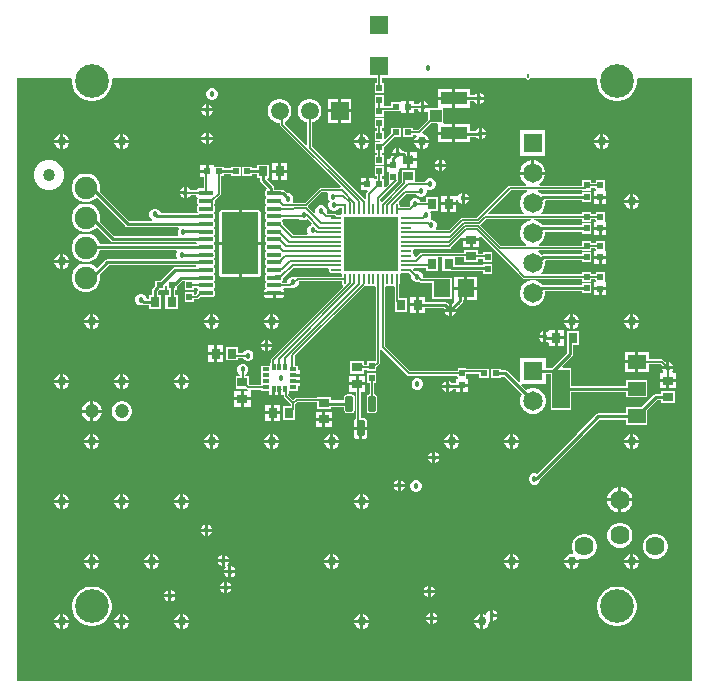
<source format=gbl>
G04*
G04 #@! TF.GenerationSoftware,Altium Limited,Altium Designer,21.5.1 (32)*
G04*
G04 Layer_Physical_Order=4*
G04 Layer_Color=16711680*
%FSLAX25Y25*%
%MOIN*%
G70*
G04*
G04 #@! TF.SameCoordinates,9DB8949B-C02E-4DCA-B792-844CB0D99077*
G04*
G04*
G04 #@! TF.FilePolarity,Positive*
G04*
G01*
G75*
%ADD16C,0.00500*%
%ADD17C,0.01000*%
%ADD35R,0.03543X0.03150*%
%ADD46R,0.05512X0.05906*%
%ADD48R,0.03150X0.03543*%
%ADD52R,0.02362X0.01968*%
%ADD54R,0.01968X0.02362*%
%ADD64C,0.06378*%
%ADD65C,0.06496*%
%ADD66R,0.06496X0.06496*%
%ADD67C,0.04724*%
%ADD68C,0.07500*%
%ADD69C,0.04047*%
%ADD70R,0.05906X0.05906*%
%ADD71C,0.05906*%
%ADD72C,0.11200*%
%ADD73C,0.01800*%
%ADD74C,0.03000*%
%ADD75C,0.01968*%
%ADD86R,0.05906X0.12992*%
%ADD87R,0.05906X0.04724*%
%ADD88R,0.05906X0.05906*%
G04:AMPARAMS|DCode=89|XSize=13.78mil|YSize=49.21mil|CornerRadius=2mil|HoleSize=0mil|Usage=FLASHONLY|Rotation=270.000|XOffset=0mil|YOffset=0mil|HoleType=Round|Shape=RoundedRectangle|*
%AMROUNDEDRECTD89*
21,1,0.01378,0.04522,0,0,270.0*
21,1,0.00978,0.04921,0,0,270.0*
1,1,0.00400,-0.02261,-0.00489*
1,1,0.00400,-0.02261,0.00489*
1,1,0.00400,0.02261,0.00489*
1,1,0.00400,0.02261,-0.00489*
%
%ADD89ROUNDEDRECTD89*%
G04:AMPARAMS|DCode=90|XSize=122.05mil|YSize=203.94mil|CornerRadius=1.83mil|HoleSize=0mil|Usage=FLASHONLY|Rotation=0.000|XOffset=0mil|YOffset=0mil|HoleType=Round|Shape=RoundedRectangle|*
%AMROUNDEDRECTD90*
21,1,0.12205,0.20028,0,0,0.0*
21,1,0.11839,0.20394,0,0,0.0*
1,1,0.00366,0.05919,-0.10014*
1,1,0.00366,-0.05919,-0.10014*
1,1,0.00366,-0.05919,0.10014*
1,1,0.00366,0.05919,0.10014*
%
%ADD90ROUNDEDRECTD90*%
%ADD91R,0.01378X0.02264*%
%ADD92R,0.02264X0.01378*%
G04:AMPARAMS|DCode=93|XSize=51.18mil|YSize=23.62mil|CornerRadius=2.01mil|HoleSize=0mil|Usage=FLASHONLY|Rotation=270.000|XOffset=0mil|YOffset=0mil|HoleType=Round|Shape=RoundedRectangle|*
%AMROUNDEDRECTD93*
21,1,0.05118,0.01961,0,0,270.0*
21,1,0.04717,0.02362,0,0,270.0*
1,1,0.00402,-0.00980,-0.02358*
1,1,0.00402,-0.00980,0.02358*
1,1,0.00402,0.00980,0.02358*
1,1,0.00402,0.00980,-0.02358*
%
%ADD93ROUNDEDRECTD93*%
%ADD94O,0.00787X0.03740*%
%ADD95O,0.03740X0.00787*%
%ADD96R,0.18110X0.18110*%
%ADD97R,0.08661X0.04134*%
%ADD98R,0.04134X0.03937*%
%ADD99C,0.00578*%
G36*
X243147Y200959D02*
X243400Y200650D01*
Y199350D01*
X243654Y198075D01*
X244151Y196874D01*
X244873Y195793D01*
X245793Y194873D01*
X246874Y194151D01*
X248075Y193654D01*
X249350Y193400D01*
X250650D01*
X251925Y193654D01*
X253126Y194151D01*
X254207Y194873D01*
X255127Y195793D01*
X255849Y196874D01*
X256346Y198075D01*
X256600Y199350D01*
Y200459D01*
X256972Y200959D01*
X344951Y200959D01*
Y199323D01*
X344272D01*
Y195961D01*
X347240D01*
Y199323D01*
X346560D01*
Y200959D01*
X394578Y200959D01*
X394687Y200796D01*
X394948Y200622D01*
X395256Y200561D01*
X395564Y200622D01*
X395825Y200796D01*
X395933Y200959D01*
X418147D01*
X418400Y200650D01*
Y199350D01*
X418654Y198075D01*
X419151Y196874D01*
X419873Y195793D01*
X420793Y194873D01*
X421874Y194151D01*
X423075Y193654D01*
X424350Y193400D01*
X425650D01*
X426925Y193654D01*
X428126Y194151D01*
X429207Y194873D01*
X430126Y195793D01*
X430849Y196874D01*
X431346Y198075D01*
X431600Y199350D01*
Y200459D01*
X431972Y200959D01*
X450000D01*
X450000Y200959D01*
Y0D01*
X225000D01*
X225000Y0D01*
Y200959D01*
X243147D01*
D02*
G37*
%LPC*%
G36*
X379500Y196157D02*
Y194807D01*
X380849D01*
X380611Y195383D01*
X380076Y195918D01*
X379500Y196157D01*
D02*
G37*
G36*
X370138Y197374D02*
X365307D01*
Y194807D01*
X370138D01*
Y197374D01*
D02*
G37*
G36*
X290417Y197668D02*
X289661D01*
X288963Y197378D01*
X288428Y196844D01*
X288139Y196146D01*
Y195390D01*
X288428Y194691D01*
X288963Y194157D01*
X289661Y193868D01*
X290417D01*
X291115Y194157D01*
X291650Y194691D01*
X291939Y195390D01*
Y196146D01*
X291650Y196844D01*
X291115Y197378D01*
X290417Y197668D01*
D02*
G37*
G36*
X380849Y193807D02*
X379500D01*
Y192458D01*
X380076Y192696D01*
X380611Y193231D01*
X380849Y193807D01*
D02*
G37*
G36*
X375969Y197374D02*
X371138D01*
Y194307D01*
Y191240D01*
X375969D01*
Y193288D01*
X377366D01*
X377389Y193231D01*
X377924Y192696D01*
X378500Y192458D01*
Y194307D01*
Y196157D01*
X377924Y195918D01*
X377389Y195383D01*
X377366Y195327D01*
X375969D01*
Y197374D01*
D02*
G37*
G36*
X360865Y193393D02*
Y192043D01*
X362214D01*
X361976Y192620D01*
X361441Y193154D01*
X360865Y193393D01*
D02*
G37*
G36*
X370138Y193807D02*
X365307D01*
Y191469D01*
X365307Y191240D01*
X364920Y190969D01*
X362396D01*
X362346Y191043D01*
X360865D01*
Y189694D01*
X361441Y189933D01*
X361567Y190059D01*
X362067Y189851D01*
Y187169D01*
X358779Y183881D01*
X357024D01*
Y184561D01*
X353661D01*
Y181592D01*
X357024D01*
Y182272D01*
X358030D01*
X358237Y181772D01*
X357881Y181416D01*
X357501Y180500D01*
X362499D01*
X362119Y181416D01*
X361416Y182119D01*
X360497Y182500D01*
X360381D01*
X360173Y183000D01*
X363205Y186031D01*
X364920D01*
X365307Y185760D01*
X365307Y185531D01*
Y183193D01*
X370138D01*
Y185760D01*
X367588D01*
X367201Y186031D01*
X367201Y186260D01*
Y190740D01*
X367201Y190969D01*
X367588Y191240D01*
X370138D01*
Y193807D01*
D02*
G37*
G36*
X288875Y192316D02*
Y190967D01*
X290225D01*
X289986Y191543D01*
X289452Y192078D01*
X288875Y192316D01*
D02*
G37*
G36*
X287875D02*
X287299Y192078D01*
X286765Y191543D01*
X286526Y190967D01*
X287875D01*
Y192316D01*
D02*
G37*
G36*
X336508Y194142D02*
X333056D01*
Y190690D01*
X336508D01*
Y194142D01*
D02*
G37*
G36*
X332056D02*
X328603D01*
Y190690D01*
X332056D01*
Y194142D01*
D02*
G37*
G36*
X357524Y193528D02*
X355842D01*
Y191543D01*
Y189559D01*
X357524D01*
Y190779D01*
X358625D01*
X358754Y190467D01*
X359289Y189933D01*
X359865Y189694D01*
Y191543D01*
Y193393D01*
X359289Y193154D01*
X358754Y192620D01*
X358625Y192308D01*
X357524D01*
Y193528D01*
D02*
G37*
G36*
X347240Y195386D02*
X344272D01*
Y192024D01*
X344272D01*
X344272Y191650D01*
X344272D01*
Y188287D01*
X347240D01*
Y190044D01*
X350710D01*
X350788Y190059D01*
X353087Y190059D01*
X353161Y189590D01*
Y189559D01*
X354842D01*
Y191543D01*
Y193528D01*
X353161D01*
Y193497D01*
X353087Y193028D01*
X352661Y193028D01*
X349724D01*
Y191653D01*
X347551D01*
X347240Y192024D01*
Y195386D01*
D02*
G37*
G36*
X290225Y189967D02*
X288875D01*
Y188617D01*
X289452Y188856D01*
X289986Y189391D01*
X290225Y189967D01*
D02*
G37*
G36*
X287875D02*
X286526D01*
X286765Y189391D01*
X287299Y188856D01*
X287875Y188617D01*
Y189967D01*
D02*
G37*
G36*
X336508Y189690D02*
X333056D01*
Y186237D01*
X336508D01*
Y189690D01*
D02*
G37*
G36*
X332056D02*
X328603D01*
Y186237D01*
X332056D01*
Y189690D01*
D02*
G37*
G36*
X379986Y184447D02*
Y183098D01*
X381336D01*
X381097Y183674D01*
X380562Y184209D01*
X379986Y184447D01*
D02*
G37*
G36*
X288875Y182922D02*
Y181573D01*
X290225D01*
X289986Y182149D01*
X289452Y182684D01*
X288875Y182922D01*
D02*
G37*
G36*
X287875D02*
X287299Y182684D01*
X286765Y182149D01*
X286526Y181573D01*
X287875D01*
Y182922D01*
D02*
G37*
G36*
X381336Y182098D02*
X379986D01*
Y180748D01*
X380562Y180987D01*
X381097Y181522D01*
X381336Y182098D01*
D02*
G37*
G36*
X375969Y185760D02*
X371138D01*
Y182693D01*
Y179626D01*
X375969D01*
Y181578D01*
X377852D01*
X377875Y181522D01*
X378410Y180987D01*
X378986Y180748D01*
Y182598D01*
Y184447D01*
X378410Y184209D01*
X377875Y183674D01*
X377852Y183617D01*
X375969D01*
Y185760D01*
D02*
G37*
G36*
X420500Y182499D02*
Y180500D01*
X422499D01*
X422119Y181416D01*
X421416Y182119D01*
X420500Y182499D01*
D02*
G37*
G36*
X419500D02*
X418584Y182119D01*
X417881Y181416D01*
X417501Y180500D01*
X419500D01*
Y182499D01*
D02*
G37*
G36*
X340500D02*
Y180500D01*
X342499D01*
X342119Y181416D01*
X341416Y182119D01*
X340500Y182499D01*
D02*
G37*
G36*
X339500D02*
X338584Y182119D01*
X337881Y181416D01*
X337501Y180500D01*
X339500D01*
Y182499D01*
D02*
G37*
G36*
X260500D02*
Y180500D01*
X262499D01*
X262119Y181416D01*
X261416Y182119D01*
X260500Y182499D01*
D02*
G37*
G36*
X259500D02*
X258584Y182119D01*
X257881Y181416D01*
X257501Y180500D01*
X259500D01*
Y182499D01*
D02*
G37*
G36*
X240500D02*
Y180500D01*
X242499D01*
X242119Y181416D01*
X241416Y182119D01*
X240500Y182499D01*
D02*
G37*
G36*
X239500D02*
X238584Y182119D01*
X237881Y181416D01*
X237501Y180500D01*
X239500D01*
Y182499D01*
D02*
G37*
G36*
X370138Y182193D02*
X365307D01*
Y179626D01*
X370138D01*
Y182193D01*
D02*
G37*
G36*
X290225Y180573D02*
X288875D01*
Y179223D01*
X289452Y179462D01*
X289986Y179997D01*
X290225Y180573D01*
D02*
G37*
G36*
X287875D02*
X286526D01*
X286765Y179997D01*
X287299Y179462D01*
X287875Y179223D01*
Y180573D01*
D02*
G37*
G36*
X323076Y194142D02*
X322035D01*
X321030Y193873D01*
X320129Y193353D01*
X319393Y192617D01*
X318872Y191715D01*
X318603Y190710D01*
Y189669D01*
X318872Y188664D01*
X319393Y187763D01*
X320129Y187027D01*
X321030Y186506D01*
X321791Y186302D01*
Y178992D01*
X321329Y178800D01*
X314265Y185865D01*
Y186612D01*
X314983Y187027D01*
X315719Y187763D01*
X316239Y188664D01*
X316509Y189669D01*
Y190710D01*
X316239Y191715D01*
X315719Y192617D01*
X314983Y193353D01*
X314081Y193873D01*
X313076Y194142D01*
X312035D01*
X311030Y193873D01*
X310129Y193353D01*
X309393Y192617D01*
X308872Y191715D01*
X308603Y190710D01*
Y189669D01*
X308872Y188664D01*
X309393Y187763D01*
X310129Y187027D01*
X311030Y186506D01*
X312035Y186237D01*
X312735D01*
Y185548D01*
X312793Y185255D01*
X312959Y185007D01*
X332962Y165004D01*
X332755Y164504D01*
X326221D01*
X325928Y164446D01*
X325680Y164280D01*
X320927Y159527D01*
X317168D01*
X316903Y160027D01*
X317113Y160535D01*
Y161290D01*
X316824Y161989D01*
X316289Y162523D01*
X315591Y162812D01*
X315042D01*
X315030Y162831D01*
X314444Y163417D01*
X314114Y163638D01*
X313723Y163715D01*
X313447D01*
X313255Y163844D01*
X312982Y163899D01*
X310867D01*
Y164299D01*
X310789Y164689D01*
X310568Y165020D01*
X308360Y167228D01*
X308567Y167728D01*
X309119D01*
Y172272D01*
X304969D01*
Y171020D01*
X303514D01*
Y171484D01*
X300152D01*
Y168516D01*
X303514D01*
Y168980D01*
X304969D01*
Y167728D01*
X306024D01*
Y167102D01*
X306102Y166712D01*
X306323Y166381D01*
X308323Y164381D01*
X308188Y163850D01*
X308167Y163831D01*
X307956Y163689D01*
X307801Y163458D01*
X307747Y163185D01*
Y162207D01*
X307801Y161934D01*
X307956Y161702D01*
Y161130D01*
X307801Y160899D01*
X307747Y160626D01*
Y159648D01*
X307801Y159374D01*
X307956Y159143D01*
Y158571D01*
X307801Y158340D01*
X307747Y158067D01*
Y157088D01*
X307801Y156815D01*
X307956Y156584D01*
Y156012D01*
X307801Y155781D01*
X307747Y155508D01*
Y154529D01*
X307801Y154256D01*
X307956Y154025D01*
Y153453D01*
X307801Y153222D01*
X307747Y152949D01*
Y151970D01*
X307801Y151697D01*
X307956Y151466D01*
Y150894D01*
X307801Y150663D01*
X307747Y150390D01*
Y149411D01*
X307801Y149138D01*
X307956Y148907D01*
Y148335D01*
X307801Y148104D01*
X307747Y147831D01*
Y146852D01*
X307801Y146579D01*
X307956Y146348D01*
Y145776D01*
X307801Y145545D01*
X307747Y145272D01*
Y144293D01*
X307801Y144020D01*
X307956Y143789D01*
Y143217D01*
X307801Y142985D01*
X307747Y142712D01*
Y141734D01*
X307801Y141461D01*
X307956Y141230D01*
Y140658D01*
X307801Y140427D01*
X307747Y140153D01*
Y139175D01*
X307801Y138902D01*
X307956Y138671D01*
Y138099D01*
X307801Y137867D01*
X307747Y137594D01*
Y136616D01*
X307801Y136343D01*
X307956Y136111D01*
Y135540D01*
X307801Y135308D01*
X307747Y135035D01*
Y134057D01*
X307801Y133784D01*
X307956Y133553D01*
Y132981D01*
X307801Y132749D01*
X307747Y132476D01*
Y131498D01*
X307801Y131225D01*
X307942Y131014D01*
X307595Y130782D01*
X307330Y130385D01*
X307239Y129928D01*
X310721D01*
X314203D01*
X314112Y130385D01*
X313847Y130782D01*
X314006Y131277D01*
X316107D01*
X316172Y131290D01*
X316672Y131083D01*
X317427D01*
X318126Y131372D01*
X318660Y131907D01*
X318950Y132605D01*
Y133361D01*
X318973Y133396D01*
X333427D01*
Y132685D01*
X333497Y132336D01*
X333694Y132040D01*
X333655Y131465D01*
X309776Y107586D01*
X309611Y107338D01*
X309552Y107046D01*
Y106265D01*
X309374D01*
Y105182D01*
X306323D01*
Y102804D01*
Y98751D01*
X302483D01*
X302426Y98808D01*
Y101738D01*
X301018D01*
Y102254D01*
X301329Y102384D01*
X301864Y102918D01*
X302153Y103616D01*
Y104372D01*
X301864Y105071D01*
X301329Y105605D01*
X300631Y105894D01*
X299875D01*
X299177Y105605D01*
X298642Y105071D01*
X298353Y104372D01*
Y103616D01*
X298642Y102918D01*
X299177Y102384D01*
X299488Y102254D01*
Y101738D01*
X297883D01*
Y97589D01*
X301482D01*
X301625Y97446D01*
X301873Y97280D01*
X302166Y97222D01*
X302154Y96727D01*
X300655D01*
Y94652D01*
X302926D01*
Y96722D01*
X302926Y96727D01*
X302938Y97222D01*
X306323D01*
Y96899D01*
X308874D01*
Y95316D01*
X310063D01*
Y97448D01*
X311063D01*
Y95316D01*
X312032D01*
Y97448D01*
X313032D01*
Y95316D01*
X313889D01*
Y95026D01*
X313947Y94733D01*
X314113Y94485D01*
X316291Y92308D01*
Y91772D01*
X313656D01*
Y87228D01*
X317805D01*
Y90751D01*
X317820Y90825D01*
Y92307D01*
X318576Y93064D01*
X325090D01*
Y90772D01*
X329633D01*
Y91582D01*
X334165D01*
Y90243D01*
X334219Y89970D01*
X334374Y89738D01*
X334606Y89583D01*
X334879Y89529D01*
X336840D01*
X337113Y89583D01*
X337345Y89738D01*
X337500Y89970D01*
X337554Y90243D01*
Y94960D01*
X337500Y95233D01*
X337345Y95465D01*
X337113Y95620D01*
X336840Y95674D01*
X334879D01*
X334606Y95620D01*
X334374Y95465D01*
X334219Y95233D01*
X334165Y94960D01*
Y93621D01*
X329633D01*
Y94921D01*
X325090D01*
Y94593D01*
X318260D01*
X318259Y94593D01*
X317967Y94535D01*
X317719Y94369D01*
X317719Y94369D01*
X317055Y93706D01*
X315445Y95316D01*
X315483Y95816D01*
X315689D01*
Y96899D01*
X318740D01*
Y98367D01*
X319240D01*
Y99556D01*
X317108D01*
Y100556D01*
X319240D01*
Y101524D01*
X317108D01*
Y102524D01*
X319240D01*
Y103714D01*
X318740D01*
Y105182D01*
X317627D01*
Y108550D01*
X340747Y131670D01*
X340747Y131670D01*
X340822Y131782D01*
X340857Y131817D01*
X340986Y131843D01*
X341064Y131895D01*
X341425Y131999D01*
X341786Y131895D01*
X341864Y131843D01*
X342213Y131773D01*
X342561Y131843D01*
X342857Y132040D01*
X343143D01*
X343439Y131843D01*
X343787Y131773D01*
X344097Y131835D01*
X344156Y131830D01*
X344598Y131550D01*
Y106724D01*
X341856D01*
Y105414D01*
X340690D01*
Y106724D01*
X336147D01*
Y102575D01*
X340690D01*
Y103885D01*
X341856D01*
Y103362D01*
X344824D01*
Y104659D01*
X345903Y105738D01*
X346069Y105986D01*
X346127Y106278D01*
Y110315D01*
X346627Y110522D01*
X355056Y102093D01*
X355304Y101927D01*
X355596Y101869D01*
X355596Y101869D01*
X371532D01*
X371886Y101516D01*
X371886Y100953D01*
X371417Y100878D01*
X371386D01*
Y99479D01*
X370178D01*
X369740Y99917D01*
X369163Y100156D01*
Y98307D01*
Y96457D01*
X369740Y96696D01*
X370274Y97230D01*
X370361Y97440D01*
X371386D01*
Y96516D01*
X372870D01*
Y98697D01*
X373370D01*
Y99197D01*
X375354D01*
Y100878D01*
X375323D01*
X374854Y100953D01*
X374854Y101378D01*
Y102603D01*
X379055D01*
Y101150D01*
X382417D01*
Y104118D01*
X380076D01*
X380002Y104133D01*
X374854D01*
Y104315D01*
X371886D01*
Y103399D01*
X355913D01*
X347702Y111610D01*
Y131550D01*
X348144Y131830D01*
X348202Y131835D01*
X348512Y131773D01*
X348861Y131843D01*
X349156Y132040D01*
X349442D01*
X349738Y131843D01*
X350087Y131773D01*
X350435Y131843D01*
X350454Y131855D01*
X350954Y131588D01*
Y126803D01*
X350969Y126729D01*
Y123206D01*
X355118D01*
Y127750D01*
X352483D01*
Y132306D01*
X352503Y132336D01*
X352573Y132685D01*
Y135637D01*
X352641Y135720D01*
X353055D01*
Y136135D01*
X353138Y136203D01*
X355739D01*
X356516Y135426D01*
X356476Y135330D01*
Y134574D01*
X356766Y133876D01*
X357300Y133341D01*
X357998Y133052D01*
X358754D01*
X359066Y133181D01*
X359085Y133162D01*
X359333Y132996D01*
X359625Y132938D01*
X359625Y132938D01*
X363423D01*
Y127547D01*
X369935D01*
Y134453D01*
X364247D01*
X364174Y134467D01*
X360347D01*
X360276Y134574D01*
Y135330D01*
X359987Y136028D01*
X359453Y136563D01*
X358754Y136852D01*
X357998D01*
X357471Y136634D01*
X357000Y137105D01*
X357002Y137114D01*
X356940Y137424D01*
X356945Y137482D01*
X357225Y137924D01*
X361299D01*
Y136904D01*
X365449D01*
Y141352D01*
X366811D01*
Y136904D01*
X369862D01*
X369961Y136885D01*
X380440D01*
Y135736D01*
X383408D01*
Y139098D01*
X380440D01*
Y138924D01*
X370961D01*
Y141352D01*
X374106D01*
Y139626D01*
X378650D01*
Y140936D01*
X380440D01*
Y139673D01*
X383408D01*
Y143035D01*
X380440D01*
Y142466D01*
X378650D01*
Y143776D01*
X374106D01*
Y142881D01*
X360015D01*
X359722Y142823D01*
X359474Y142657D01*
X358167Y141350D01*
X357904Y141377D01*
X357511Y141838D01*
X357403Y142382D01*
X357095Y142843D01*
X356958Y142935D01*
X356932Y143064D01*
X357002Y143413D01*
X356940Y143723D01*
X356945Y143781D01*
X357225Y144223D01*
X369022D01*
X369315Y144281D01*
X369563Y144447D01*
X373144Y148029D01*
X373606Y147837D01*
Y147713D01*
X376378D01*
X379150D01*
Y148222D01*
X379612Y148414D01*
X390432Y137593D01*
X390432Y137593D01*
X393627Y134398D01*
X393875Y134232D01*
X394168Y134174D01*
X413522D01*
Y133258D01*
X416491D01*
Y134174D01*
X417662D01*
X418016Y133821D01*
X418016Y133179D01*
X417547Y133105D01*
X417516D01*
Y131423D01*
X419500D01*
X421484D01*
Y133105D01*
X421453D01*
X420984Y133179D01*
X420984Y133605D01*
Y136542D01*
X418016D01*
Y135704D01*
X416491D01*
Y136620D01*
X413522D01*
Y135704D01*
X399944D01*
X399737Y136204D01*
X400311Y136777D01*
X400870Y137746D01*
X401160Y138826D01*
Y139945D01*
X401423Y140288D01*
X413522D01*
Y139626D01*
X416491D01*
Y142988D01*
X413522D01*
Y142327D01*
X400321D01*
X400035Y142270D01*
X399520Y142785D01*
X398815Y143192D01*
X398949Y143692D01*
X413522D01*
Y143563D01*
X416491D01*
Y144480D01*
X417662D01*
X418016Y144126D01*
X418016Y143563D01*
X417547Y143488D01*
X417516D01*
Y141807D01*
X419500D01*
Y141307D01*
D01*
Y141807D01*
X421484D01*
Y143488D01*
X421453D01*
X420984Y143563D01*
X420984Y143988D01*
Y146925D01*
X418016D01*
Y146009D01*
X416491D01*
Y146925D01*
X413522D01*
Y145222D01*
X399196D01*
X399062Y145722D01*
X399520Y145986D01*
X400311Y146777D01*
X400870Y147746D01*
X401160Y148826D01*
Y149941D01*
X413522D01*
Y149279D01*
X416491D01*
Y152641D01*
X413522D01*
Y151980D01*
X400319D01*
X400311Y151994D01*
X399520Y152785D01*
X398551Y153344D01*
X397471Y153634D01*
X397473Y154133D01*
X413522D01*
Y153216D01*
X416491D01*
Y154133D01*
X417662D01*
X418016Y153779D01*
X418016Y153216D01*
X417547Y153141D01*
X417516D01*
Y151460D01*
X419500D01*
X421484D01*
Y153141D01*
X421453D01*
X420984Y153216D01*
X420984Y153642D01*
Y156579D01*
X418016D01*
Y155662D01*
X416491D01*
Y156579D01*
X413522D01*
Y155662D01*
X399903D01*
X399696Y156162D01*
X400311Y156777D01*
X400870Y157746D01*
X401160Y158826D01*
Y159945D01*
X401459Y160335D01*
X413522D01*
Y159673D01*
X416491D01*
Y163035D01*
X413522D01*
Y162374D01*
X400367D01*
X400004Y162301D01*
X399520Y162785D01*
X398733Y163239D01*
X398868Y163739D01*
X413522D01*
Y163610D01*
X416491D01*
Y164526D01*
X416492D01*
X416492Y164526D01*
X417662D01*
X418016Y164173D01*
X418016Y163610D01*
X417547Y163535D01*
X417516D01*
Y161854D01*
X419500D01*
Y161354D01*
D01*
Y161854D01*
X421484D01*
Y163535D01*
X421453D01*
X420984Y163610D01*
X420984Y164035D01*
Y166972D01*
X418016D01*
Y166056D01*
X416492D01*
X416491Y166527D01*
Y166972D01*
X413522D01*
Y165268D01*
X399277D01*
X399143Y165768D01*
X399520Y165986D01*
X400311Y166777D01*
X400870Y167746D01*
X401160Y168826D01*
Y168886D01*
X396912D01*
X392664D01*
Y168826D01*
X392953Y167746D01*
X393513Y166777D01*
X394303Y165986D01*
X394681Y165768D01*
X394547Y165268D01*
X389368D01*
X389075Y165210D01*
X388827Y165044D01*
X388827Y165044D01*
X378230Y154447D01*
X376401D01*
X376378Y154452D01*
X373479D01*
X373186Y154393D01*
X372938Y154228D01*
X369187Y150477D01*
X364817D01*
X364633Y150977D01*
X364900Y151622D01*
Y152378D01*
X364611Y153076D01*
X364076Y153611D01*
X363378Y153900D01*
X363165D01*
X363055Y154023D01*
X362884Y154400D01*
X363121Y154972D01*
Y155728D01*
X362858Y156361D01*
X363050Y156861D01*
X365449D01*
Y161405D01*
X361299D01*
Y159855D01*
X359546D01*
X359417Y160167D01*
X358883Y160701D01*
X358184Y160991D01*
X357428D01*
X356730Y160701D01*
X356196Y160167D01*
X355906Y159468D01*
Y158713D01*
X355960Y158583D01*
X355629Y158154D01*
X352573D01*
Y158866D01*
X352503Y159214D01*
X352306Y159510D01*
X352345Y160085D01*
X354596Y162337D01*
X358084D01*
X358110Y162274D01*
X358645Y161739D01*
X359343Y161450D01*
X360099D01*
X360797Y161739D01*
X361332Y162274D01*
X361621Y162972D01*
Y163728D01*
X362004Y164109D01*
X362408Y163942D01*
X363164D01*
X363862Y164231D01*
X364396Y164765D01*
X364686Y165464D01*
Y166219D01*
X364396Y166918D01*
X363862Y167452D01*
X363164Y167742D01*
X362408D01*
X361709Y167452D01*
X361175Y166918D01*
X361024Y166553D01*
X357811D01*
Y170369D01*
X353268D01*
Y167043D01*
X353253Y166969D01*
Y166306D01*
X346671Y159724D01*
X346627Y159715D01*
X346569Y159720D01*
X346127Y160001D01*
Y160687D01*
X351790Y166350D01*
X351998D01*
Y166610D01*
X352060Y166702D01*
X352118Y166995D01*
X352060Y167288D01*
X351998Y167380D01*
X351998Y169713D01*
X352467Y169787D01*
X352498D01*
Y170843D01*
X352768Y171231D01*
X355039D01*
Y173806D01*
Y176381D01*
X354406D01*
X354292Y176495D01*
X353961Y176716D01*
X353571Y176794D01*
X353526D01*
X353502Y176851D01*
X352968Y177385D01*
X352391Y177624D01*
Y175774D01*
X351891D01*
Y175274D01*
X349949D01*
X349793Y175117D01*
X349571Y174787D01*
X349494Y174396D01*
Y174150D01*
X348529D01*
Y172468D01*
X350513D01*
Y171468D01*
X348529D01*
Y169787D01*
X348560D01*
X349029Y169713D01*
X349029Y169287D01*
Y166350D01*
X349029D01*
X349204Y165928D01*
X347937Y164660D01*
X347437Y164867D01*
Y167380D01*
X346560D01*
Y168319D01*
X347240D01*
Y171681D01*
X344272D01*
Y168319D01*
X344952D01*
Y167380D01*
X344075D01*
X344000Y167849D01*
Y167880D01*
X342319D01*
Y165895D01*
X341819D01*
Y165395D01*
X339638D01*
Y163911D01*
X341784D01*
X341975Y163449D01*
X341644Y163118D01*
X341469Y162857D01*
X341408Y162549D01*
Y160843D01*
X340908Y160635D01*
X323320Y178223D01*
Y186302D01*
X324081Y186506D01*
X324983Y187027D01*
X325719Y187763D01*
X326239Y188664D01*
X326508Y189669D01*
Y190710D01*
X326239Y191715D01*
X325719Y192617D01*
X324983Y193353D01*
X324081Y193873D01*
X323076Y194142D01*
D02*
G37*
G36*
X422499Y179500D02*
X420500D01*
Y177501D01*
X421416Y177881D01*
X422119Y178584D01*
X422499Y179500D01*
D02*
G37*
G36*
X419500D02*
X417501D01*
X417881Y178584D01*
X418584Y177881D01*
X419500Y177501D01*
Y179500D01*
D02*
G37*
G36*
X362499D02*
X360500D01*
Y177501D01*
X361416Y177881D01*
X362119Y178584D01*
X362499Y179500D01*
D02*
G37*
G36*
X359500D02*
X357501D01*
X357881Y178584D01*
X358584Y177881D01*
X359500Y177501D01*
Y179500D01*
D02*
G37*
G36*
X342499D02*
X340500D01*
Y177501D01*
X341416Y177881D01*
X342119Y178584D01*
X342499Y179500D01*
D02*
G37*
G36*
X339500D02*
X337501D01*
X337881Y178584D01*
X338584Y177881D01*
X339500Y177501D01*
Y179500D01*
D02*
G37*
G36*
X262499D02*
X260500D01*
Y177501D01*
X261416Y177881D01*
X262119Y178584D01*
X262499Y179500D01*
D02*
G37*
G36*
X259500D02*
X257501D01*
X257881Y178584D01*
X258584Y177881D01*
X259500Y177501D01*
Y179500D01*
D02*
G37*
G36*
X242499D02*
X240500D01*
Y177501D01*
X241416Y177881D01*
X242119Y178584D01*
X242499Y179500D01*
D02*
G37*
G36*
X239500D02*
X237501D01*
X237881Y178584D01*
X238584Y177881D01*
X239500Y177501D01*
Y179500D01*
D02*
G37*
G36*
X351391Y177624D02*
X350815Y177385D01*
X350281Y176851D01*
X350042Y176274D01*
X351391D01*
Y177624D01*
D02*
G37*
G36*
X401160Y183634D02*
X392664D01*
Y175138D01*
X401160D01*
Y183634D01*
D02*
G37*
G36*
X358311Y176381D02*
X356039D01*
Y174306D01*
X358311D01*
Y176381D01*
D02*
G37*
G36*
X366630Y173900D02*
Y172550D01*
X367980D01*
X367741Y173127D01*
X367207Y173661D01*
X366630Y173900D01*
D02*
G37*
G36*
X365630D02*
X365054Y173661D01*
X364520Y173127D01*
X364281Y172550D01*
X365630D01*
Y173900D01*
D02*
G37*
G36*
X347240Y187713D02*
X344272D01*
Y184350D01*
X344952D01*
Y183577D01*
X344272D01*
Y180215D01*
X346079D01*
X346123Y180187D01*
X346324Y179715D01*
X346252Y179640D01*
X344272D01*
Y176277D01*
X344952D01*
Y175618D01*
X344272D01*
Y172256D01*
X347240D01*
Y175618D01*
X346560D01*
Y176277D01*
X347240D01*
Y178097D01*
X347290Y178107D01*
X347551Y178282D01*
X350862Y181592D01*
X353087D01*
Y184561D01*
X349724D01*
Y182730D01*
X347702Y180708D01*
X347240Y180899D01*
Y183577D01*
X346560D01*
Y184350D01*
X347240D01*
Y187713D01*
D02*
G37*
G36*
X358311Y173306D02*
X356039D01*
Y171231D01*
X358311D01*
Y173306D01*
D02*
G37*
G36*
X315130Y172772D02*
X313056D01*
Y170500D01*
X315130D01*
Y172772D01*
D02*
G37*
G36*
X312056D02*
X309981D01*
Y170500D01*
X312056D01*
Y172772D01*
D02*
G37*
G36*
X287875Y171984D02*
X286194D01*
Y170500D01*
X287875D01*
Y171984D01*
D02*
G37*
G36*
X367980Y171550D02*
X366630D01*
Y170201D01*
X367207Y170440D01*
X367741Y170974D01*
X367980Y171550D01*
D02*
G37*
G36*
X365630D02*
X364281D01*
X364520Y170974D01*
X365054Y170440D01*
X365630Y170201D01*
Y171550D01*
D02*
G37*
G36*
X397471Y173634D02*
X397412D01*
Y169886D01*
X401160D01*
Y169945D01*
X400870Y171025D01*
X400311Y171994D01*
X399520Y172785D01*
X398551Y173344D01*
X397471Y173634D01*
D02*
G37*
G36*
X396412D02*
X396353D01*
X395272Y173344D01*
X394303Y172785D01*
X393513Y171994D01*
X392953Y171025D01*
X392664Y169945D01*
Y169886D01*
X396412D01*
Y173634D01*
D02*
G37*
G36*
X315130Y169500D02*
X313056D01*
Y167228D01*
X315130D01*
Y169500D01*
D02*
G37*
G36*
X312056D02*
X309981D01*
Y167228D01*
X312056D01*
Y169500D01*
D02*
G37*
G36*
X341319Y167880D02*
X339638D01*
Y166395D01*
X341319D01*
Y167880D01*
D02*
G37*
G36*
X290556Y171984D02*
X288875D01*
Y170000D01*
X288375D01*
Y169500D01*
X286194D01*
Y168016D01*
X287318D01*
Y164408D01*
X285822D01*
X285354Y164315D01*
X284957Y164050D01*
X284717Y163691D01*
X282891D01*
X282762Y164002D01*
X282227Y164537D01*
X281651Y164775D01*
Y162926D01*
Y161076D01*
X282227Y161315D01*
X282762Y161850D01*
X282891Y162161D01*
X284608D01*
X284692Y161739D01*
X284957Y161342D01*
X285304Y161110D01*
X285163Y160899D01*
X285109Y160626D01*
Y159648D01*
X285163Y159374D01*
X285318Y159143D01*
Y158571D01*
X285163Y158340D01*
X285109Y158067D01*
Y157088D01*
X285163Y156815D01*
X285313Y156591D01*
X285318Y156581D01*
X285324Y156501D01*
X284945Y156038D01*
X272876D01*
X272599Y156708D01*
X272064Y157243D01*
X271366Y157532D01*
X270610D01*
X269912Y157243D01*
X269377Y156708D01*
X269088Y156010D01*
Y155254D01*
X269377Y154555D01*
X269912Y154021D01*
X270013Y153979D01*
X269914Y153479D01*
X262319D01*
X252568Y163230D01*
X252750Y163912D01*
Y165162D01*
X252426Y166370D01*
X251801Y167454D01*
X250917Y168338D01*
X249833Y168963D01*
X248625Y169287D01*
X247375D01*
X246167Y168963D01*
X245083Y168338D01*
X244199Y167454D01*
X243574Y166370D01*
X243250Y165162D01*
Y163912D01*
X243574Y162704D01*
X244199Y161620D01*
X245083Y160736D01*
X246167Y160111D01*
X247375Y159787D01*
X248625D01*
X249833Y160111D01*
X250917Y160736D01*
X251547Y161367D01*
X261175Y151739D01*
X261506Y151518D01*
X261896Y151440D01*
X278727D01*
X278934Y150940D01*
X278875Y150882D01*
X278586Y150183D01*
Y149427D01*
X278821Y148861D01*
X278590Y148361D01*
X257437D01*
X252568Y153230D01*
X252750Y153912D01*
Y155162D01*
X252426Y156370D01*
X251801Y157454D01*
X250917Y158338D01*
X249833Y158963D01*
X248625Y159287D01*
X247375D01*
X246167Y158963D01*
X245083Y158338D01*
X244199Y157454D01*
X243574Y156370D01*
X243250Y155162D01*
Y153912D01*
X243574Y152703D01*
X244199Y151620D01*
X245083Y150736D01*
X246167Y150111D01*
X247375Y149787D01*
X248625D01*
X249833Y150111D01*
X250917Y150736D01*
X251547Y151367D01*
X256294Y146621D01*
X256624Y146399D01*
X257014Y146322D01*
X284864D01*
X285006Y146124D01*
X284806Y145702D01*
X252605D01*
X252426Y146370D01*
X251801Y147453D01*
X250917Y148338D01*
X249833Y148963D01*
X248625Y149287D01*
X247375D01*
X246167Y148963D01*
X245083Y148338D01*
X244199Y147453D01*
X243574Y146370D01*
X243250Y145162D01*
Y143912D01*
X243574Y142703D01*
X244199Y141620D01*
X245083Y140736D01*
X246167Y140111D01*
X247375Y139787D01*
X248625D01*
X249833Y140111D01*
X250917Y140736D01*
X251801Y141620D01*
X252426Y142703D01*
X252683Y143663D01*
X278035D01*
X278303Y143163D01*
X278095Y142660D01*
Y141904D01*
X278384Y141206D01*
X278444Y141146D01*
X278253Y140684D01*
X255143D01*
X254753Y140606D01*
X254422Y140385D01*
X251646Y137609D01*
X250917Y138338D01*
X249833Y138963D01*
X248625Y139287D01*
X247375D01*
X246167Y138963D01*
X245083Y138338D01*
X244199Y137453D01*
X243574Y136370D01*
X243250Y135162D01*
Y133912D01*
X243574Y132703D01*
X244199Y131620D01*
X245083Y130736D01*
X246167Y130111D01*
X247375Y129787D01*
X248625D01*
X249833Y130111D01*
X250917Y130736D01*
X251801Y131620D01*
X252426Y132703D01*
X252750Y133912D01*
Y135162D01*
X252609Y135688D01*
X255566Y138645D01*
X284681D01*
X284832Y138385D01*
X284681Y138125D01*
X277754D01*
X277364Y138047D01*
X277033Y137826D01*
X272678Y133471D01*
X270955D01*
Y131748D01*
X270340Y131133D01*
X270119Y130803D01*
X270041Y130412D01*
Y128787D01*
X268986D01*
Y127606D01*
X268231D01*
X267942Y128303D01*
X267407Y128838D01*
X266709Y129127D01*
X265953D01*
X265255Y128838D01*
X264721Y128303D01*
X264431Y127605D01*
Y126849D01*
X264721Y126151D01*
X265255Y125616D01*
X265953Y125327D01*
X266709D01*
X267287Y125566D01*
X268986D01*
Y124244D01*
X273136D01*
Y128787D01*
X272081D01*
Y129990D01*
X272593Y130503D01*
X274317D01*
Y131845D01*
X274392Y131895D01*
X274892Y131627D01*
Y130503D01*
X275553D01*
Y128787D01*
X274498D01*
Y124244D01*
X278648D01*
Y128787D01*
X277592D01*
Y130503D01*
X278254D01*
Y131691D01*
X278343Y131750D01*
X280119Y133527D01*
X281016D01*
Y130346D01*
X283984D01*
Y131222D01*
X284913D01*
X285318Y130786D01*
Y130423D01*
X285313Y130415D01*
X285163Y130190D01*
X285109Y129917D01*
Y129307D01*
X284657Y128855D01*
X283984D01*
Y129771D01*
X281016D01*
Y126409D01*
X283984D01*
Y127325D01*
X284973D01*
X285266Y127383D01*
X285514Y127549D01*
X286190Y128225D01*
X290344D01*
X290617Y128280D01*
X290848Y128434D01*
X291003Y128666D01*
X291057Y128939D01*
Y129917D01*
X291003Y130190D01*
X290853Y130415D01*
X290848Y130423D01*
Y130708D01*
Y130992D01*
X290853Y131000D01*
X291003Y131225D01*
X291057Y131498D01*
Y132476D01*
X291003Y132749D01*
X290848Y132981D01*
Y133553D01*
X291003Y133784D01*
X291057Y134057D01*
Y135035D01*
X291003Y135308D01*
X290848Y135540D01*
Y136111D01*
X291003Y136343D01*
X291057Y136616D01*
Y137594D01*
X291003Y137867D01*
X290853Y138092D01*
X290848Y138100D01*
Y138385D01*
Y138669D01*
X290853Y138678D01*
X291003Y138902D01*
X291057Y139175D01*
Y140153D01*
X291003Y140427D01*
X290848Y140658D01*
Y141230D01*
X291003Y141461D01*
X291057Y141734D01*
Y142712D01*
X291003Y142985D01*
X290848Y143217D01*
Y143789D01*
X291003Y144020D01*
X291057Y144293D01*
Y145272D01*
X291003Y145545D01*
X290853Y145769D01*
X290848Y145777D01*
Y146062D01*
Y146346D01*
X290853Y146355D01*
X291003Y146579D01*
X291057Y146852D01*
Y147831D01*
X291003Y148104D01*
X290848Y148335D01*
Y148907D01*
X291003Y149138D01*
X291057Y149411D01*
Y150390D01*
X291003Y150663D01*
X290848Y150894D01*
Y151466D01*
X291003Y151697D01*
X291057Y151970D01*
Y152949D01*
X291003Y153222D01*
X290853Y153446D01*
X290848Y153455D01*
Y153739D01*
Y154024D01*
X290853Y154032D01*
X291003Y154256D01*
X291057Y154529D01*
Y155508D01*
X291003Y155781D01*
X290853Y156005D01*
X290848Y156014D01*
Y156298D01*
Y156583D01*
X290853Y156591D01*
X291003Y156815D01*
X291057Y157088D01*
Y158067D01*
X291003Y158340D01*
X290859Y158556D01*
Y159158D01*
X291003Y159374D01*
X291057Y159648D01*
Y160258D01*
X292853Y162054D01*
X293019Y162302D01*
X293077Y162594D01*
Y168516D01*
X293993D01*
Y168980D01*
X296215D01*
Y168516D01*
X299577D01*
Y171484D01*
X296215D01*
Y171020D01*
X293993D01*
Y171484D01*
X290631D01*
X290556Y171953D01*
Y171984D01*
D02*
G37*
G36*
X236263Y173787D02*
X234934D01*
X233649Y173443D01*
X232498Y172778D01*
X231558Y171838D01*
X230893Y170687D01*
X230549Y169402D01*
Y168073D01*
X230893Y166789D01*
X231558Y165637D01*
X232498Y164697D01*
X233649Y164033D01*
X234934Y163689D01*
X236263D01*
X237547Y164033D01*
X238699Y164697D01*
X239639Y165637D01*
X240303Y166789D01*
X240648Y168073D01*
Y169402D01*
X240303Y170687D01*
X239639Y171838D01*
X238699Y172778D01*
X237547Y173443D01*
X236263Y173787D01*
D02*
G37*
G36*
X280651Y164775D02*
X280075Y164537D01*
X279540Y164002D01*
X279302Y163426D01*
X280651D01*
Y164775D01*
D02*
G37*
G36*
X373289Y162853D02*
X372713Y162614D01*
X372179Y162080D01*
X371961Y161554D01*
X371461Y161653D01*
Y161905D01*
X369386D01*
Y159633D01*
X371461D01*
Y160353D01*
X371961Y160452D01*
X372179Y159927D01*
X372713Y159392D01*
X373289Y159154D01*
Y161003D01*
Y162853D01*
D02*
G37*
G36*
X374289D02*
Y161503D01*
X375639D01*
X375400Y162080D01*
X374866Y162614D01*
X374289Y162853D01*
D02*
G37*
G36*
X280651Y162426D02*
X279302D01*
X279540Y161850D01*
X280075Y161315D01*
X280651Y161076D01*
Y162426D01*
D02*
G37*
G36*
X430500Y162499D02*
Y160500D01*
X432499D01*
X432119Y161416D01*
X431416Y162119D01*
X430500Y162499D01*
D02*
G37*
G36*
X429500D02*
X428584Y162119D01*
X427881Y161416D01*
X427501Y160500D01*
X429500D01*
Y162499D01*
D02*
G37*
G36*
X368386Y161905D02*
X366311D01*
Y159633D01*
X368386D01*
Y161905D01*
D02*
G37*
G36*
X421484Y160854D02*
X420000D01*
Y159173D01*
X421484D01*
Y160854D01*
D02*
G37*
G36*
X419000D02*
X417516D01*
Y159173D01*
X419000D01*
Y160854D01*
D02*
G37*
G36*
X375639Y160503D02*
X374289D01*
Y159154D01*
X374866Y159392D01*
X375400Y159927D01*
X375639Y160503D01*
D02*
G37*
G36*
X432499Y159500D02*
X430500D01*
Y157501D01*
X431416Y157881D01*
X432119Y158584D01*
X432499Y159500D01*
D02*
G37*
G36*
X429500D02*
X427501D01*
X427881Y158584D01*
X428584Y157881D01*
X429500Y157501D01*
Y159500D01*
D02*
G37*
G36*
X371461Y158633D02*
X369386D01*
Y156361D01*
X371461D01*
Y158633D01*
D02*
G37*
G36*
X368386D02*
X366311D01*
Y156361D01*
X368386D01*
Y158633D01*
D02*
G37*
G36*
X421484Y150460D02*
X420000D01*
Y148779D01*
X421484D01*
Y150460D01*
D02*
G37*
G36*
X419000D02*
X417516D01*
Y148779D01*
X419000D01*
Y150460D01*
D02*
G37*
G36*
X305321Y157282D02*
X299902D01*
Y146562D01*
X306527D01*
Y156076D01*
X306436Y156537D01*
X306174Y156929D01*
X305783Y157190D01*
X305321Y157282D01*
D02*
G37*
G36*
X298902D02*
X293483D01*
X293021Y157190D01*
X292630Y156929D01*
X292368Y156537D01*
X292276Y156076D01*
Y146562D01*
X298902D01*
Y157282D01*
D02*
G37*
G36*
X379150Y146713D02*
X376878D01*
Y144638D01*
X379150D01*
Y146713D01*
D02*
G37*
G36*
X375878D02*
X373606D01*
Y144638D01*
X375878D01*
Y146713D01*
D02*
G37*
G36*
X240500Y142499D02*
Y140500D01*
X242499D01*
X242119Y141416D01*
X241416Y142119D01*
X240500Y142499D01*
D02*
G37*
G36*
X239500D02*
X238584Y142119D01*
X237881Y141416D01*
X237501Y140500D01*
X239500D01*
Y142499D01*
D02*
G37*
G36*
X421484Y140807D02*
X420000D01*
Y139126D01*
X421484D01*
Y140807D01*
D02*
G37*
G36*
X419000D02*
X417516D01*
Y139126D01*
X419000D01*
Y140807D01*
D02*
G37*
G36*
X242499Y139500D02*
X240500D01*
Y137501D01*
X241416Y137881D01*
X242119Y138584D01*
X242499Y139500D01*
D02*
G37*
G36*
X239500D02*
X237501D01*
X237881Y138584D01*
X238584Y137881D01*
X239500Y137501D01*
Y139500D01*
D02*
G37*
G36*
X306527Y145562D02*
X299902D01*
Y134842D01*
X305321D01*
X305783Y134934D01*
X306174Y135195D01*
X306436Y135587D01*
X306527Y136048D01*
Y145562D01*
D02*
G37*
G36*
X298902D02*
X292276D01*
Y136048D01*
X292368Y135587D01*
X292630Y135195D01*
X293021Y134934D01*
X293483Y134842D01*
X298902D01*
Y145562D01*
D02*
G37*
G36*
X378309Y134953D02*
X375053D01*
Y131500D01*
X378309D01*
Y134953D01*
D02*
G37*
G36*
X374053D02*
X370797D01*
Y131500D01*
X374053D01*
Y134953D01*
D02*
G37*
G36*
X397471Y133634D02*
X396353D01*
X395272Y133344D01*
X394303Y132785D01*
X393513Y131994D01*
X392953Y131025D01*
X392664Y129945D01*
Y128826D01*
X392953Y127746D01*
X393513Y126777D01*
X394303Y125986D01*
X395272Y125427D01*
X396353Y125138D01*
X397471D01*
X398551Y125427D01*
X399520Y125986D01*
X400311Y126777D01*
X400870Y127746D01*
X401160Y128826D01*
Y129945D01*
X401189Y129982D01*
X413522D01*
Y129321D01*
X416491D01*
Y132683D01*
X413522D01*
Y132022D01*
X400283D01*
X399520Y132785D01*
X398551Y133344D01*
X397471Y133634D01*
D02*
G37*
G36*
X421484Y130423D02*
X420000D01*
Y128742D01*
X421484D01*
Y130423D01*
D02*
G37*
G36*
X419000D02*
X417516D01*
Y128742D01*
X419000D01*
Y130423D01*
D02*
G37*
G36*
X314203Y128928D02*
X311221D01*
Y127716D01*
X312982D01*
X313450Y127809D01*
X313847Y128074D01*
X314112Y128471D01*
X314203Y128928D01*
D02*
G37*
G36*
X310221D02*
X307239D01*
X307330Y128471D01*
X307595Y128074D01*
X307992Y127809D01*
X308460Y127716D01*
X310221D01*
Y128928D01*
D02*
G37*
G36*
X378309Y130500D02*
X375053D01*
Y127047D01*
X378309D01*
Y130500D01*
D02*
G37*
G36*
X358055Y128250D02*
X355980D01*
Y125978D01*
X358055D01*
Y128250D01*
D02*
G37*
G36*
X374053Y130500D02*
X370797D01*
Y127047D01*
X370797Y127047D01*
X370797D01*
X370834Y126547D01*
X369935Y125648D01*
Y124206D01*
X371377D01*
X372629Y125458D01*
X372629Y125458D01*
X373583Y126412D01*
X373804Y126743D01*
X373865Y127047D01*
X374053D01*
Y130500D01*
D02*
G37*
G36*
X361130Y128250D02*
X359055D01*
Y125478D01*
Y122706D01*
X361130D01*
Y124458D01*
X367223D01*
X367433Y124206D01*
X368935D01*
Y125648D01*
X368385Y126199D01*
X368054Y126420D01*
X367664Y126497D01*
X361130D01*
Y128250D01*
D02*
G37*
G36*
X358055Y124978D02*
X355980D01*
Y122706D01*
X358055D01*
Y124978D01*
D02*
G37*
G36*
X371285Y123206D02*
X369935D01*
Y121857D01*
X370512Y122095D01*
X371046Y122630D01*
X371285Y123206D01*
D02*
G37*
G36*
X368935D02*
X367586D01*
X367825Y122630D01*
X368359Y122095D01*
X368935Y121857D01*
Y123206D01*
D02*
G37*
G36*
X430500Y122499D02*
Y120500D01*
X432499D01*
X432119Y121416D01*
X431416Y122119D01*
X430500Y122499D01*
D02*
G37*
G36*
X429500D02*
X428584Y122119D01*
X427881Y121416D01*
X427501Y120500D01*
X429500D01*
Y122499D01*
D02*
G37*
G36*
X410500D02*
Y120500D01*
X412499D01*
X412119Y121416D01*
X411416Y122119D01*
X410500Y122499D01*
D02*
G37*
G36*
X409500D02*
X408584Y122119D01*
X407881Y121416D01*
X407501Y120500D01*
X409500D01*
Y122499D01*
D02*
G37*
G36*
X310500D02*
Y120500D01*
X312499D01*
X312119Y121416D01*
X311416Y122119D01*
X310500Y122499D01*
D02*
G37*
G36*
X309500D02*
X308584Y122119D01*
X307881Y121416D01*
X307501Y120500D01*
X309500D01*
Y122499D01*
D02*
G37*
G36*
X290500D02*
Y120500D01*
X292499D01*
X292119Y121416D01*
X291416Y122119D01*
X290500Y122499D01*
D02*
G37*
G36*
X289500D02*
X288584Y122119D01*
X287881Y121416D01*
X287501Y120500D01*
X289500D01*
Y122499D01*
D02*
G37*
G36*
X250500D02*
Y120500D01*
X252499D01*
X252119Y121416D01*
X251416Y122119D01*
X250500Y122499D01*
D02*
G37*
G36*
X249500D02*
X248584Y122119D01*
X247881Y121416D01*
X247501Y120500D01*
X249500D01*
Y122499D01*
D02*
G37*
G36*
X432499Y119500D02*
X430500D01*
Y117501D01*
X431416Y117881D01*
X432119Y118584D01*
X432499Y119500D01*
D02*
G37*
G36*
X429500D02*
X427501D01*
X427881Y118584D01*
X428584Y117881D01*
X429500Y117501D01*
Y119500D01*
D02*
G37*
G36*
X412499D02*
X410500D01*
Y117501D01*
X411416Y117881D01*
X412119Y118584D01*
X412499Y119500D01*
D02*
G37*
G36*
X409500D02*
X407501D01*
X407881Y118584D01*
X408584Y117881D01*
X409500Y117501D01*
Y119500D01*
D02*
G37*
G36*
X312499D02*
X310500D01*
Y117501D01*
X311416Y117881D01*
X312119Y118584D01*
X312499Y119500D01*
D02*
G37*
G36*
X309500D02*
X307501D01*
X307881Y118584D01*
X308584Y117881D01*
X309500Y117501D01*
Y119500D01*
D02*
G37*
G36*
X292499D02*
X290500D01*
Y117501D01*
X291416Y117881D01*
X292119Y118584D01*
X292499Y119500D01*
D02*
G37*
G36*
X289500D02*
X287501D01*
X287881Y118584D01*
X288584Y117881D01*
X289500Y117501D01*
Y119500D01*
D02*
G37*
G36*
X252499D02*
X250500D01*
Y117501D01*
X251416Y117881D01*
X252119Y118584D01*
X252499Y119500D01*
D02*
G37*
G36*
X249500D02*
X247501D01*
X247881Y118584D01*
X248584Y117881D01*
X249500Y117501D01*
Y119500D01*
D02*
G37*
G36*
X404316Y117272D02*
X402241D01*
Y116885D01*
X401741Y116577D01*
X401428Y116707D01*
Y114858D01*
Y113008D01*
X401741Y113138D01*
X402241Y112831D01*
Y111728D01*
X404316D01*
Y114500D01*
Y117272D01*
D02*
G37*
G36*
X400428Y116707D02*
X399851Y116469D01*
X399317Y115934D01*
X399078Y115358D01*
X400428D01*
Y116707D01*
D02*
G37*
G36*
X407391Y117272D02*
X405316D01*
Y115000D01*
X407391D01*
Y117272D01*
D02*
G37*
G36*
X400428Y114358D02*
X399078D01*
X399317Y113782D01*
X399851Y113247D01*
X400428Y113008D01*
Y114358D01*
D02*
G37*
G36*
X308693Y113849D02*
Y112500D01*
X310042D01*
X309804Y113076D01*
X309269Y113611D01*
X308693Y113849D01*
D02*
G37*
G36*
X307693D02*
X307117Y113611D01*
X306582Y113076D01*
X306343Y112500D01*
X307693D01*
Y113849D01*
D02*
G37*
G36*
X407391Y114000D02*
X405316D01*
Y111728D01*
X407391D01*
Y114000D01*
D02*
G37*
G36*
X310042Y111500D02*
X308693D01*
Y110151D01*
X309269Y110389D01*
X309804Y110924D01*
X310042Y111500D01*
D02*
G37*
G36*
X307693D02*
X306343D01*
X306582Y110924D01*
X307117Y110389D01*
X307693Y110151D01*
Y111500D01*
D02*
G37*
G36*
X293834Y112030D02*
X291759D01*
Y109758D01*
X293834D01*
Y112030D01*
D02*
G37*
G36*
X290759D02*
X288684D01*
Y109758D01*
X290759D01*
Y112030D01*
D02*
G37*
G36*
X431098Y109917D02*
X427646D01*
Y107055D01*
X431098D01*
Y109917D01*
D02*
G37*
G36*
X298846Y111530D02*
X294696D01*
Y106986D01*
X298846D01*
Y107802D01*
X300232D01*
X300361Y107490D01*
X300895Y106956D01*
X301594Y106667D01*
X302350D01*
X303048Y106956D01*
X303583Y107490D01*
X303872Y108189D01*
Y108944D01*
X303583Y109643D01*
X303048Y110177D01*
X302350Y110467D01*
X301594D01*
X300895Y110177D01*
X300361Y109643D01*
X300232Y109331D01*
X298846D01*
Y111530D01*
D02*
G37*
G36*
X293834Y108758D02*
X291759D01*
Y106486D01*
X293834D01*
Y108758D01*
D02*
G37*
G36*
X290759D02*
X288684D01*
Y106486D01*
X290759D01*
Y108758D01*
D02*
G37*
G36*
X442500Y106349D02*
Y105000D01*
X443849D01*
X443611Y105576D01*
X443076Y106111D01*
X442500Y106349D01*
D02*
G37*
G36*
X435551Y109917D02*
X432098D01*
Y106555D01*
Y103193D01*
X435551D01*
Y105790D01*
X439628D01*
X440229Y105190D01*
X440151Y105000D01*
X441500D01*
Y106349D01*
X441311Y106271D01*
X440486Y107096D01*
X440238Y107262D01*
X439945Y107320D01*
X435551D01*
Y109917D01*
D02*
G37*
G36*
X412402Y116772D02*
X408253D01*
Y112228D01*
X408449D01*
Y109559D01*
X403409Y104520D01*
X401228D01*
Y107748D01*
X392732D01*
Y99897D01*
X392232Y99690D01*
X388567Y103355D01*
X388237Y103576D01*
X387846Y103653D01*
X386354D01*
Y104118D01*
X382992D01*
Y101150D01*
X386354D01*
Y101614D01*
X387424D01*
X393343Y95696D01*
X393022Y95140D01*
X392732Y94059D01*
Y92941D01*
X393022Y91860D01*
X393581Y90892D01*
X394372Y90101D01*
X395341Y89541D01*
X396421Y89252D01*
X397540D01*
X398620Y89541D01*
X399589Y90101D01*
X400380Y90892D01*
X400939Y91860D01*
X401228Y92941D01*
Y94059D01*
X400939Y95140D01*
X400380Y96108D01*
X399589Y96899D01*
X398620Y97458D01*
X397540Y97748D01*
X396421D01*
X395341Y97458D01*
X394785Y97137D01*
X393170Y98752D01*
X393377Y99252D01*
X401228D01*
Y102480D01*
X402949D01*
Y90504D01*
X409854D01*
Y96480D01*
X428146D01*
Y94638D01*
X435051D01*
Y100362D01*
X428146D01*
Y98520D01*
X409854D01*
Y104496D01*
X406923D01*
X406732Y104958D01*
X410189Y108416D01*
X410410Y108747D01*
X410488Y109137D01*
Y112228D01*
X412402D01*
Y116772D01*
D02*
G37*
G36*
X431098Y106055D02*
X427646D01*
Y103193D01*
X431098D01*
Y106055D01*
D02*
G37*
G36*
X443849Y104000D02*
X440151D01*
X440389Y103424D01*
X440482Y103331D01*
X440275Y102831D01*
X439228D01*
Y100756D01*
X442000D01*
X444772D01*
Y102831D01*
X443725D01*
X443518Y103331D01*
X443611Y103424D01*
X443849Y104000D01*
D02*
G37*
G36*
X280500Y102499D02*
Y100500D01*
X282499D01*
X282119Y101416D01*
X281416Y102119D01*
X280500Y102499D01*
D02*
G37*
G36*
X279500D02*
X278584Y102119D01*
X277881Y101416D01*
X277501Y100500D01*
X279500D01*
Y102499D01*
D02*
G37*
G36*
X260500D02*
Y100500D01*
X262499D01*
X262119Y101416D01*
X261416Y102119D01*
X260500Y102499D01*
D02*
G37*
G36*
X259500D02*
X258584Y102119D01*
X257881Y101416D01*
X257501Y100500D01*
X259500D01*
Y102499D01*
D02*
G37*
G36*
X240500D02*
Y100500D01*
X242499D01*
X242119Y101416D01*
X241416Y102119D01*
X240500Y102499D01*
D02*
G37*
G36*
X239500D02*
X238584Y102119D01*
X237881Y101416D01*
X237501Y100500D01*
X239500D01*
Y102499D01*
D02*
G37*
G36*
X341190Y101713D02*
X338919D01*
Y99638D01*
X341190D01*
Y101713D01*
D02*
G37*
G36*
X337919D02*
X335647D01*
Y99638D01*
X337919D01*
Y101713D01*
D02*
G37*
G36*
X368163Y100156D02*
X367587Y99917D01*
X367053Y99383D01*
X366814Y98807D01*
X368163D01*
Y100156D01*
D02*
G37*
G36*
X444772Y99756D02*
X442500D01*
Y97681D01*
X444772D01*
Y99756D01*
D02*
G37*
G36*
X441500D02*
X439228D01*
Y97681D01*
X441500D01*
Y99756D01*
D02*
G37*
G36*
X282499Y99500D02*
X280500D01*
Y97501D01*
X281416Y97881D01*
X282119Y98584D01*
X282499Y99500D01*
D02*
G37*
G36*
X279500D02*
X277501D01*
X277881Y98584D01*
X278584Y97881D01*
X279500Y97501D01*
Y99500D01*
D02*
G37*
G36*
X262499D02*
X260500D01*
Y97501D01*
X261416Y97881D01*
X262119Y98584D01*
X262499Y99500D01*
D02*
G37*
G36*
X259500D02*
X257501D01*
X257881Y98584D01*
X258584Y97881D01*
X259500Y97501D01*
Y99500D01*
D02*
G37*
G36*
X242499D02*
X240500D01*
Y97501D01*
X241416Y97881D01*
X242119Y98584D01*
X242499Y99500D01*
D02*
G37*
G36*
X239500D02*
X237501D01*
X237881Y98584D01*
X238584Y97881D01*
X239500Y97501D01*
Y99500D01*
D02*
G37*
G36*
X358857Y101041D02*
X358101D01*
X357403Y100752D01*
X356868Y100217D01*
X356579Y99519D01*
Y98763D01*
X356868Y98065D01*
X357403Y97530D01*
X358101Y97241D01*
X358857D01*
X359555Y97530D01*
X360090Y98065D01*
X360379Y98763D01*
Y99519D01*
X360090Y100217D01*
X359555Y100752D01*
X358857Y101041D01*
D02*
G37*
G36*
X375354Y98197D02*
X373870D01*
Y96516D01*
X375354D01*
Y98197D01*
D02*
G37*
G36*
X368163Y97807D02*
X366814D01*
X367053Y97230D01*
X367587Y96696D01*
X368163Y96457D01*
Y97807D01*
D02*
G37*
G36*
X299655Y96727D02*
X297383D01*
Y94652D01*
X299655D01*
Y96727D01*
D02*
G37*
G36*
X444272Y96819D02*
X439728D01*
Y95764D01*
X438046D01*
X437656Y95686D01*
X437325Y95465D01*
X433167Y91307D01*
X428146D01*
Y89316D01*
X418734D01*
X418343Y89238D01*
X418013Y89017D01*
X411574Y82579D01*
X411574Y82579D01*
X398244Y69248D01*
X397878Y69400D01*
X397122D01*
X396424Y69111D01*
X395889Y68576D01*
X395600Y67878D01*
Y67122D01*
X395889Y66424D01*
X396424Y65889D01*
X397122Y65600D01*
X397878D01*
X398576Y65889D01*
X399111Y66424D01*
X399400Y67122D01*
Y67521D01*
X413016Y81137D01*
X413016Y81137D01*
X419156Y87277D01*
X428146D01*
Y85583D01*
X435051D01*
Y90307D01*
X438469Y93725D01*
X439728D01*
Y92669D01*
X444272D01*
Y96819D01*
D02*
G37*
G36*
X302926Y93652D02*
X300655D01*
Y91577D01*
X302926D01*
Y93652D01*
D02*
G37*
G36*
X299655D02*
X297383D01*
Y91577D01*
X299655D01*
Y93652D01*
D02*
G37*
G36*
X250500Y93347D02*
Y90500D01*
X253347D01*
X253133Y91298D01*
X252690Y92064D01*
X252064Y92690D01*
X251298Y93133D01*
X250500Y93347D01*
D02*
G37*
G36*
X249500Y93347D02*
X248702Y93133D01*
X247936Y92690D01*
X247310Y92064D01*
X246867Y91298D01*
X246653Y90500D01*
X249500D01*
Y93347D01*
D02*
G37*
G36*
X312793Y92272D02*
X310719D01*
Y90000D01*
X312793D01*
Y92272D01*
D02*
G37*
G36*
X309719D02*
X307644D01*
Y90000D01*
X309719D01*
Y92272D01*
D02*
G37*
G36*
X344824Y102787D02*
X341856D01*
Y99425D01*
X342575D01*
Y95674D01*
X342359D01*
X342086Y95620D01*
X341854Y95465D01*
X341699Y95233D01*
X341645Y94960D01*
Y90243D01*
X341699Y89970D01*
X341854Y89738D01*
X342086Y89583D01*
X342359Y89529D01*
X344320D01*
X344594Y89583D01*
X344825Y89738D01*
X344980Y89970D01*
X345035Y90243D01*
Y94960D01*
X344980Y95233D01*
X344825Y95465D01*
X344594Y95620D01*
X344320Y95674D01*
X344105D01*
Y99425D01*
X344824D01*
Y102787D01*
D02*
G37*
G36*
X330133Y89909D02*
X327861D01*
Y87835D01*
X330133D01*
Y89909D01*
D02*
G37*
G36*
X326861D02*
X324590D01*
Y87835D01*
X326861D01*
Y89909D01*
D02*
G37*
G36*
X312793Y89000D02*
X310719D01*
Y86728D01*
X312793D01*
Y89000D01*
D02*
G37*
G36*
X309719D02*
X307644D01*
Y86728D01*
X309719D01*
Y89000D01*
D02*
G37*
G36*
X253347Y89500D02*
X250500D01*
Y86653D01*
X251298Y86867D01*
X252064Y87310D01*
X252690Y87936D01*
X253133Y88702D01*
X253347Y89500D01*
D02*
G37*
G36*
X249500D02*
X246653D01*
X246867Y88702D01*
X247310Y87936D01*
X247936Y87310D01*
X248702Y86867D01*
X249500Y86653D01*
Y89500D01*
D02*
G37*
G36*
X260443Y93362D02*
X259557D01*
X258702Y93133D01*
X257936Y92690D01*
X257310Y92064D01*
X256867Y91298D01*
X256638Y90443D01*
Y89557D01*
X256867Y88702D01*
X257310Y87936D01*
X257936Y87310D01*
X258702Y86867D01*
X259557Y86638D01*
X260443D01*
X261298Y86867D01*
X262064Y87310D01*
X262690Y87936D01*
X263133Y88702D01*
X263362Y89557D01*
Y90443D01*
X263133Y91298D01*
X262690Y92064D01*
X262064Y92690D01*
X261298Y93133D01*
X260443Y93362D01*
D02*
G37*
G36*
X341190Y98638D02*
X338419D01*
X335647D01*
Y96563D01*
X338105D01*
Y87792D01*
X337754Y87558D01*
X337488Y87160D01*
X337395Y86692D01*
Y84834D01*
X339600D01*
X341804D01*
Y86692D01*
X341711Y87160D01*
X341446Y87558D01*
X341049Y87823D01*
X340580Y87916D01*
X339634D01*
Y96563D01*
X341190D01*
Y98638D01*
D02*
G37*
G36*
X330133Y86835D02*
X327861D01*
Y84760D01*
X330133D01*
Y86835D01*
D02*
G37*
G36*
X326861D02*
X324590D01*
Y84760D01*
X326861D01*
Y86835D01*
D02*
G37*
G36*
X341804Y83834D02*
X340100D01*
Y80751D01*
X340580D01*
X341049Y80844D01*
X341446Y81110D01*
X341711Y81507D01*
X341804Y81975D01*
Y83834D01*
D02*
G37*
G36*
X339100D02*
X337395D01*
Y81975D01*
X337488Y81507D01*
X337754Y81110D01*
X338151Y80844D01*
X338619Y80751D01*
X339100D01*
Y83834D01*
D02*
G37*
G36*
X430500Y82499D02*
Y80500D01*
X432499D01*
X432119Y81416D01*
X431416Y82119D01*
X430500Y82499D01*
D02*
G37*
G36*
X429500D02*
X428584Y82119D01*
X427881Y81416D01*
X427501Y80500D01*
X429500D01*
Y82499D01*
D02*
G37*
G36*
X390500D02*
Y80500D01*
X392499D01*
X392119Y81416D01*
X391416Y82119D01*
X390500Y82499D01*
D02*
G37*
G36*
X389500D02*
X388584Y82119D01*
X387881Y81416D01*
X387501Y80500D01*
X389500D01*
Y82499D01*
D02*
G37*
G36*
X370500D02*
Y80500D01*
X372499D01*
X372119Y81416D01*
X371416Y82119D01*
X370500Y82499D01*
D02*
G37*
G36*
X369500D02*
X368584Y82119D01*
X367881Y81416D01*
X367501Y80500D01*
X369500D01*
Y82499D01*
D02*
G37*
G36*
X330500D02*
Y80500D01*
X332499D01*
X332119Y81416D01*
X331416Y82119D01*
X330500Y82499D01*
D02*
G37*
G36*
X329500D02*
X328584Y82119D01*
X327881Y81416D01*
X327501Y80500D01*
X329500D01*
Y82499D01*
D02*
G37*
G36*
X310500D02*
Y80500D01*
X312499D01*
X312119Y81416D01*
X311416Y82119D01*
X310500Y82499D01*
D02*
G37*
G36*
X309500D02*
X308584Y82119D01*
X307881Y81416D01*
X307501Y80500D01*
X309500D01*
Y82499D01*
D02*
G37*
G36*
X290500D02*
Y80500D01*
X292499D01*
X292119Y81416D01*
X291416Y82119D01*
X290500Y82499D01*
D02*
G37*
G36*
X289500D02*
X288584Y82119D01*
X287881Y81416D01*
X287501Y80500D01*
X289500D01*
Y82499D01*
D02*
G37*
G36*
X250500D02*
Y80500D01*
X252499D01*
X252119Y81416D01*
X251416Y82119D01*
X250500Y82499D01*
D02*
G37*
G36*
X249500D02*
X248584Y82119D01*
X247881Y81416D01*
X247501Y80500D01*
X249500D01*
Y82499D01*
D02*
G37*
G36*
X432499Y79500D02*
X430500D01*
Y77501D01*
X431416Y77881D01*
X432119Y78584D01*
X432499Y79500D01*
D02*
G37*
G36*
X429500D02*
X427501D01*
X427881Y78584D01*
X428584Y77881D01*
X429500Y77501D01*
Y79500D01*
D02*
G37*
G36*
X392499D02*
X390500D01*
Y77501D01*
X391416Y77881D01*
X392119Y78584D01*
X392499Y79500D01*
D02*
G37*
G36*
X389500D02*
X387501D01*
X387881Y78584D01*
X388584Y77881D01*
X389500Y77501D01*
Y79500D01*
D02*
G37*
G36*
X372499D02*
X370500D01*
Y77501D01*
X371416Y77881D01*
X372119Y78584D01*
X372499Y79500D01*
D02*
G37*
G36*
X369500D02*
X367501D01*
X367881Y78584D01*
X368584Y77881D01*
X369500Y77501D01*
Y79500D01*
D02*
G37*
G36*
X332499D02*
X330500D01*
Y77501D01*
X331416Y77881D01*
X332119Y78584D01*
X332499Y79500D01*
D02*
G37*
G36*
X329500D02*
X327501D01*
X327881Y78584D01*
X328584Y77881D01*
X329500Y77501D01*
Y79500D01*
D02*
G37*
G36*
X312499D02*
X310500D01*
Y77501D01*
X311416Y77881D01*
X312119Y78584D01*
X312499Y79500D01*
D02*
G37*
G36*
X309500D02*
X307501D01*
X307881Y78584D01*
X308584Y77881D01*
X309500Y77501D01*
Y79500D01*
D02*
G37*
G36*
X292499D02*
X290500D01*
Y77501D01*
X291416Y77881D01*
X292119Y78584D01*
X292499Y79500D01*
D02*
G37*
G36*
X289500D02*
X287501D01*
X287881Y78584D01*
X288584Y77881D01*
X289500Y77501D01*
Y79500D01*
D02*
G37*
G36*
X252499D02*
X250500D01*
Y77501D01*
X251416Y77881D01*
X252119Y78584D01*
X252499Y79500D01*
D02*
G37*
G36*
X249500D02*
X247501D01*
X247881Y78584D01*
X248584Y77881D01*
X249500Y77501D01*
Y79500D01*
D02*
G37*
G36*
X364486Y76447D02*
Y75098D01*
X365836D01*
X365597Y75674D01*
X365062Y76209D01*
X364486Y76447D01*
D02*
G37*
G36*
X363486D02*
X362910Y76209D01*
X362375Y75674D01*
X362137Y75098D01*
X363486D01*
Y76447D01*
D02*
G37*
G36*
X365836Y74098D02*
X364486D01*
Y72748D01*
X365062Y72987D01*
X365597Y73522D01*
X365836Y74098D01*
D02*
G37*
G36*
X363486D02*
X362137D01*
X362375Y73522D01*
X362910Y72987D01*
X363486Y72748D01*
Y74098D01*
D02*
G37*
G36*
X352925Y67192D02*
Y65842D01*
X354275D01*
X354036Y66419D01*
X353502Y66953D01*
X352925Y67192D01*
D02*
G37*
G36*
X351925D02*
X351349Y66953D01*
X350814Y66419D01*
X350576Y65842D01*
X351925D01*
Y67192D01*
D02*
G37*
G36*
X354275Y64842D02*
X352925D01*
Y63493D01*
X353502Y63732D01*
X354036Y64266D01*
X354275Y64842D01*
D02*
G37*
G36*
X351925D02*
X350576D01*
X350814Y64266D01*
X351349Y63732D01*
X351925Y63493D01*
Y64842D01*
D02*
G37*
G36*
X358364Y66998D02*
X357608D01*
X356910Y66709D01*
X356375Y66174D01*
X356086Y65476D01*
Y64720D01*
X356375Y64022D01*
X356910Y63487D01*
X357608Y63198D01*
X358364D01*
X359062Y63487D01*
X359597Y64022D01*
X359886Y64720D01*
Y65476D01*
X359597Y66174D01*
X359062Y66709D01*
X358364Y66998D01*
D02*
G37*
G36*
X426551Y64689D02*
X426500D01*
Y61000D01*
X430189D01*
Y61051D01*
X429904Y62117D01*
X429352Y63072D01*
X428572Y63852D01*
X427617Y64403D01*
X426551Y64689D01*
D02*
G37*
G36*
X425500D02*
X425449D01*
X424383Y64403D01*
X423428Y63852D01*
X422648Y63072D01*
X422096Y62117D01*
X421811Y61051D01*
Y61000D01*
X425500D01*
Y64689D01*
D02*
G37*
G36*
X340500Y62499D02*
Y60500D01*
X342499D01*
X342119Y61416D01*
X341416Y62119D01*
X340500Y62499D01*
D02*
G37*
G36*
X339500D02*
X338584Y62119D01*
X337881Y61416D01*
X337501Y60500D01*
X339500D01*
Y62499D01*
D02*
G37*
G36*
X280500D02*
Y60500D01*
X282499D01*
X282119Y61416D01*
X281416Y62119D01*
X280500Y62499D01*
D02*
G37*
G36*
X279500D02*
X278584Y62119D01*
X277881Y61416D01*
X277501Y60500D01*
X279500D01*
Y62499D01*
D02*
G37*
G36*
X260500D02*
Y60500D01*
X262499D01*
X262119Y61416D01*
X261416Y62119D01*
X260500Y62499D01*
D02*
G37*
G36*
X259500D02*
X258584Y62119D01*
X257881Y61416D01*
X257501Y60500D01*
X259500D01*
Y62499D01*
D02*
G37*
G36*
X240500D02*
Y60500D01*
X242499D01*
X242119Y61416D01*
X241416Y62119D01*
X240500Y62499D01*
D02*
G37*
G36*
X239500D02*
X238584Y62119D01*
X237881Y61416D01*
X237501Y60500D01*
X239500D01*
Y62499D01*
D02*
G37*
G36*
X342499Y59500D02*
X340500D01*
Y57501D01*
X341416Y57881D01*
X342119Y58584D01*
X342499Y59500D01*
D02*
G37*
G36*
X339500D02*
X337501D01*
X337881Y58584D01*
X338584Y57881D01*
X339500Y57501D01*
Y59500D01*
D02*
G37*
G36*
X282499D02*
X280500D01*
Y57501D01*
X281416Y57881D01*
X282119Y58584D01*
X282499Y59500D01*
D02*
G37*
G36*
X279500D02*
X277501D01*
X277881Y58584D01*
X278584Y57881D01*
X279500Y57501D01*
Y59500D01*
D02*
G37*
G36*
X262499D02*
X260500D01*
Y57501D01*
X261416Y57881D01*
X262119Y58584D01*
X262499Y59500D01*
D02*
G37*
G36*
X259500D02*
X257501D01*
X257881Y58584D01*
X258584Y57881D01*
X259500Y57501D01*
Y59500D01*
D02*
G37*
G36*
X242499D02*
X240500D01*
Y57501D01*
X241416Y57881D01*
X242119Y58584D01*
X242499Y59500D01*
D02*
G37*
G36*
X239500D02*
X237501D01*
X237881Y58584D01*
X238584Y57881D01*
X239500Y57501D01*
Y59500D01*
D02*
G37*
G36*
X430189Y60000D02*
X426500D01*
Y56311D01*
X426551D01*
X427617Y56596D01*
X428572Y57148D01*
X429352Y57928D01*
X429904Y58883D01*
X430189Y59948D01*
Y60000D01*
D02*
G37*
G36*
X425500D02*
X421811D01*
Y59948D01*
X422096Y58883D01*
X422648Y57928D01*
X423428Y57148D01*
X424383Y56596D01*
X425449Y56311D01*
X425500D01*
Y60000D01*
D02*
G37*
G36*
X288658Y52285D02*
Y50936D01*
X290007D01*
X289769Y51512D01*
X289234Y52046D01*
X288658Y52285D01*
D02*
G37*
G36*
X287658D02*
X287082Y52046D01*
X286547Y51512D01*
X286308Y50936D01*
X287658D01*
Y52285D01*
D02*
G37*
G36*
X290007Y49935D02*
X288658D01*
Y48586D01*
X289234Y48825D01*
X289769Y49359D01*
X290007Y49935D01*
D02*
G37*
G36*
X287658D02*
X286308D01*
X286547Y49359D01*
X287082Y48825D01*
X287658Y48586D01*
Y49935D01*
D02*
G37*
G36*
X426551Y52878D02*
X425449D01*
X424383Y52592D01*
X423428Y52041D01*
X422648Y51261D01*
X422096Y50306D01*
X421811Y49240D01*
Y48138D01*
X422096Y47072D01*
X422648Y46117D01*
X423428Y45337D01*
X424383Y44785D01*
X425449Y44500D01*
X426551D01*
X427617Y44785D01*
X428572Y45337D01*
X429352Y46117D01*
X429904Y47072D01*
X430189Y48138D01*
Y49240D01*
X429904Y50306D01*
X429352Y51261D01*
X428572Y52041D01*
X427617Y52592D01*
X426551Y52878D01*
D02*
G37*
G36*
X438363Y49177D02*
X437259D01*
X436194Y48892D01*
X435239Y48340D01*
X434459Y47560D01*
X433908Y46605D01*
X433622Y45540D01*
Y44437D01*
X433908Y43371D01*
X434459Y42416D01*
X435239Y41636D01*
X436194Y41085D01*
X437259Y40799D01*
X438363D01*
X439428Y41085D01*
X440383Y41636D01*
X441163Y42416D01*
X441714Y43371D01*
X442000Y44437D01*
Y45540D01*
X441714Y46605D01*
X441163Y47560D01*
X440383Y48340D01*
X439428Y48892D01*
X438363Y49177D01*
D02*
G37*
G36*
X414741D02*
X413637D01*
X412572Y48892D01*
X411617Y48340D01*
X410837Y47560D01*
X410286Y46605D01*
X410000Y45540D01*
Y44437D01*
X410286Y43371D01*
X410501Y42999D01*
X410211Y42500D01*
X409503D01*
X408584Y42119D01*
X407881Y41416D01*
X407501Y40500D01*
X412499D01*
X412459Y40598D01*
X412826Y41017D01*
X413637Y40799D01*
X414741D01*
X415806Y41085D01*
X416761Y41636D01*
X417541Y42416D01*
X418092Y43371D01*
X418378Y44437D01*
Y45540D01*
X418092Y46605D01*
X417541Y47560D01*
X416761Y48340D01*
X415806Y48892D01*
X414741Y49177D01*
D02*
G37*
G36*
X294286Y42094D02*
Y40744D01*
X295635D01*
X295396Y41320D01*
X294862Y41855D01*
X294286Y42094D01*
D02*
G37*
G36*
X293286D02*
X292709Y41855D01*
X292175Y41320D01*
X291936Y40744D01*
X293286D01*
Y42094D01*
D02*
G37*
G36*
X430500Y42499D02*
Y40500D01*
X432499D01*
X432119Y41416D01*
X431416Y42119D01*
X430500Y42499D01*
D02*
G37*
G36*
X429500D02*
X428584Y42119D01*
X427881Y41416D01*
X427501Y40500D01*
X429500D01*
Y42499D01*
D02*
G37*
G36*
X390500D02*
Y40500D01*
X392499D01*
X392119Y41416D01*
X391416Y42119D01*
X390500Y42499D01*
D02*
G37*
G36*
X389500D02*
X388584Y42119D01*
X387881Y41416D01*
X387501Y40500D01*
X389500D01*
Y42499D01*
D02*
G37*
G36*
X330500D02*
Y40500D01*
X332499D01*
X332119Y41416D01*
X331416Y42119D01*
X330500Y42499D01*
D02*
G37*
G36*
X329500D02*
X328584Y42119D01*
X327881Y41416D01*
X327501Y40500D01*
X329500D01*
Y42499D01*
D02*
G37*
G36*
X270500D02*
Y40500D01*
X272499D01*
X272119Y41416D01*
X271416Y42119D01*
X270500Y42499D01*
D02*
G37*
G36*
X269500D02*
X268584Y42119D01*
X267881Y41416D01*
X267501Y40500D01*
X269500D01*
Y42499D01*
D02*
G37*
G36*
X250500D02*
Y40500D01*
X252499D01*
X252119Y41416D01*
X251416Y42119D01*
X250500Y42499D01*
D02*
G37*
G36*
X249500D02*
X248584Y42119D01*
X247881Y41416D01*
X247501Y40500D01*
X249500D01*
Y42499D01*
D02*
G37*
G36*
X293286Y39744D02*
X291936D01*
X292175Y39168D01*
X292709Y38633D01*
X293286Y38395D01*
Y39744D01*
D02*
G37*
G36*
X432499Y39500D02*
X430500D01*
Y37501D01*
X431416Y37881D01*
X432119Y38584D01*
X432499Y39500D01*
D02*
G37*
G36*
X429500D02*
X427501D01*
X427881Y38584D01*
X428584Y37881D01*
X429500Y37501D01*
Y39500D01*
D02*
G37*
G36*
X412499D02*
X410500D01*
Y37501D01*
X411416Y37881D01*
X412119Y38584D01*
X412499Y39500D01*
D02*
G37*
G36*
X409500D02*
X407501D01*
X407881Y38584D01*
X408584Y37881D01*
X409500Y37501D01*
Y39500D01*
D02*
G37*
G36*
X392499D02*
X390500D01*
Y37501D01*
X391416Y37881D01*
X392119Y38584D01*
X392499Y39500D01*
D02*
G37*
G36*
X389500D02*
X387501D01*
X387881Y38584D01*
X388584Y37881D01*
X389500Y37501D01*
Y39500D01*
D02*
G37*
G36*
X332499D02*
X330500D01*
Y37501D01*
X331416Y37881D01*
X332119Y38584D01*
X332499Y39500D01*
D02*
G37*
G36*
X329500D02*
X327501D01*
X327881Y38584D01*
X328584Y37881D01*
X329500Y37501D01*
Y39500D01*
D02*
G37*
G36*
X272499D02*
X270500D01*
Y37501D01*
X271416Y37881D01*
X272119Y38584D01*
X272499Y39500D01*
D02*
G37*
G36*
X269500D02*
X267501D01*
X267881Y38584D01*
X268584Y37881D01*
X269500Y37501D01*
Y39500D01*
D02*
G37*
G36*
X252499D02*
X250500D01*
Y37501D01*
X251416Y37881D01*
X252119Y38584D01*
X252499Y39500D01*
D02*
G37*
G36*
X249500D02*
X247501D01*
X247881Y38584D01*
X248584Y37881D01*
X249500Y37501D01*
Y39500D01*
D02*
G37*
G36*
X296486Y38414D02*
Y37065D01*
X297836D01*
X297597Y37641D01*
X297062Y38175D01*
X296486Y38414D01*
D02*
G37*
G36*
X295635Y39744D02*
X294286D01*
Y38395D01*
X294518Y38491D01*
X294801Y38067D01*
X294375Y37641D01*
X294137Y37065D01*
X295486D01*
Y38414D01*
X295254Y38318D01*
X294971Y38742D01*
X295396Y39168D01*
X295635Y39744D01*
D02*
G37*
G36*
X297836Y36065D02*
X296486D01*
Y34715D01*
X297062Y34954D01*
X297597Y35489D01*
X297836Y36065D01*
D02*
G37*
G36*
X295486D02*
X294137D01*
X294375Y35489D01*
X294910Y34954D01*
X295486Y34715D01*
Y36065D01*
D02*
G37*
G36*
X295108Y33099D02*
Y31750D01*
X296458D01*
X296219Y32326D01*
X295685Y32861D01*
X295108Y33099D01*
D02*
G37*
G36*
X294108D02*
X293532Y32861D01*
X292997Y32326D01*
X292759Y31750D01*
X294108D01*
Y33099D01*
D02*
G37*
G36*
X362921Y31820D02*
Y30471D01*
X364271D01*
X364032Y31047D01*
X363497Y31582D01*
X362921Y31820D01*
D02*
G37*
G36*
X361921D02*
X361345Y31582D01*
X360810Y31047D01*
X360572Y30471D01*
X361921D01*
Y31820D01*
D02*
G37*
G36*
X296458Y30750D02*
X295108D01*
Y29400D01*
X295685Y29639D01*
X296219Y30174D01*
X296458Y30750D01*
D02*
G37*
G36*
X294108D02*
X292759D01*
X292997Y30174D01*
X293532Y29639D01*
X294108Y29400D01*
Y30750D01*
D02*
G37*
G36*
X276492Y30408D02*
Y29059D01*
X277841D01*
X277603Y29635D01*
X277068Y30170D01*
X276492Y30408D01*
D02*
G37*
G36*
X275492D02*
X274916Y30170D01*
X274381Y29635D01*
X274143Y29059D01*
X275492D01*
Y30408D01*
D02*
G37*
G36*
X364271Y29471D02*
X362921D01*
Y28122D01*
X363497Y28360D01*
X364032Y28895D01*
X364271Y29471D01*
D02*
G37*
G36*
X361921D02*
X360572D01*
X360810Y28895D01*
X361345Y28360D01*
X361921Y28122D01*
Y29471D01*
D02*
G37*
G36*
X277841Y28059D02*
X276492D01*
Y26710D01*
X277068Y26948D01*
X277603Y27483D01*
X277841Y28059D01*
D02*
G37*
G36*
X275492D02*
X274143D01*
X274381Y27483D01*
X274916Y26948D01*
X275492Y26710D01*
Y28059D01*
D02*
G37*
G36*
X383809Y23849D02*
Y22500D01*
X385159D01*
X384920Y23076D01*
X384386Y23611D01*
X383809Y23849D01*
D02*
G37*
G36*
X382809D02*
X382233Y23611D01*
X381699Y23076D01*
X381409Y22378D01*
X381173Y22220D01*
X380500Y22499D01*
Y20000D01*
Y17501D01*
X381416Y17881D01*
X382119Y18584D01*
X382500Y19503D01*
Y19829D01*
X382809Y20035D01*
Y22000D01*
Y23849D01*
D02*
G37*
G36*
X363791Y22892D02*
Y21542D01*
X365141D01*
X364902Y22119D01*
X364368Y22653D01*
X363791Y22892D01*
D02*
G37*
G36*
X362791D02*
X362215Y22653D01*
X361681Y22119D01*
X361442Y21542D01*
X362791D01*
Y22892D01*
D02*
G37*
G36*
X379500Y22499D02*
X378584Y22119D01*
X377881Y21416D01*
X377501Y20500D01*
X379500D01*
Y22499D01*
D02*
G37*
G36*
X340500D02*
Y20500D01*
X342499D01*
X342119Y21416D01*
X341416Y22119D01*
X340500Y22499D01*
D02*
G37*
G36*
X339500D02*
X338584Y22119D01*
X337881Y21416D01*
X337501Y20500D01*
X339500D01*
Y22499D01*
D02*
G37*
G36*
X280500D02*
Y20500D01*
X282499D01*
X282119Y21416D01*
X281416Y22119D01*
X280500Y22499D01*
D02*
G37*
G36*
X279500D02*
X278584Y22119D01*
X277881Y21416D01*
X277501Y20500D01*
X279500D01*
Y22499D01*
D02*
G37*
G36*
X260500D02*
Y20500D01*
X262499D01*
X262119Y21416D01*
X261416Y22119D01*
X260500Y22499D01*
D02*
G37*
G36*
X259500D02*
X258584Y22119D01*
X257881Y21416D01*
X257501Y20500D01*
X259500D01*
Y22499D01*
D02*
G37*
G36*
X240500D02*
Y20500D01*
X242499D01*
X242119Y21416D01*
X241416Y22119D01*
X240500Y22499D01*
D02*
G37*
G36*
X239500D02*
X238584Y22119D01*
X237881Y21416D01*
X237501Y20500D01*
X239500D01*
Y22499D01*
D02*
G37*
G36*
X385159Y21500D02*
X383809D01*
Y20151D01*
X384386Y20389D01*
X384920Y20924D01*
X385159Y21500D01*
D02*
G37*
G36*
X365141Y20542D02*
X363791D01*
Y19193D01*
X364368Y19432D01*
X364902Y19966D01*
X365141Y20542D01*
D02*
G37*
G36*
X362791D02*
X361442D01*
X361681Y19966D01*
X362215Y19432D01*
X362791Y19193D01*
Y20542D01*
D02*
G37*
G36*
X425650Y31600D02*
X424350D01*
X423075Y31346D01*
X421874Y30849D01*
X420793Y30127D01*
X419873Y29207D01*
X419151Y28126D01*
X418654Y26925D01*
X418400Y25650D01*
Y24350D01*
X418654Y23075D01*
X419151Y21874D01*
X419873Y20793D01*
X420793Y19873D01*
X421874Y19151D01*
X423075Y18654D01*
X424350Y18400D01*
X425650D01*
X426925Y18654D01*
X428126Y19151D01*
X429207Y19873D01*
X430126Y20793D01*
X430849Y21874D01*
X431346Y23075D01*
X431600Y24350D01*
Y25650D01*
X431346Y26925D01*
X430849Y28126D01*
X430126Y29207D01*
X429207Y30127D01*
X428126Y30849D01*
X426925Y31346D01*
X425650Y31600D01*
D02*
G37*
G36*
X250650D02*
X249350D01*
X248075Y31346D01*
X246874Y30849D01*
X245793Y30127D01*
X244873Y29207D01*
X244151Y28126D01*
X243654Y26925D01*
X243400Y25650D01*
Y24350D01*
X243654Y23075D01*
X244151Y21874D01*
X244873Y20793D01*
X245793Y19873D01*
X246874Y19151D01*
X248075Y18654D01*
X249350Y18400D01*
X250650D01*
X251925Y18654D01*
X253126Y19151D01*
X254207Y19873D01*
X255127Y20793D01*
X255849Y21874D01*
X256346Y23075D01*
X256600Y24350D01*
Y25650D01*
X256346Y26925D01*
X255849Y28126D01*
X255127Y29207D01*
X254207Y30127D01*
X253126Y30849D01*
X251925Y31346D01*
X250650Y31600D01*
D02*
G37*
G36*
X379500Y19500D02*
X377501D01*
X377881Y18584D01*
X378584Y17881D01*
X379500Y17501D01*
Y19500D01*
D02*
G37*
G36*
X342499D02*
X340500D01*
Y17501D01*
X341416Y17881D01*
X342119Y18584D01*
X342499Y19500D01*
D02*
G37*
G36*
X339500D02*
X337501D01*
X337881Y18584D01*
X338584Y17881D01*
X339500Y17501D01*
Y19500D01*
D02*
G37*
G36*
X282499D02*
X280500D01*
Y17501D01*
X281416Y17881D01*
X282119Y18584D01*
X282499Y19500D01*
D02*
G37*
G36*
X279500D02*
X277501D01*
X277881Y18584D01*
X278584Y17881D01*
X279500Y17501D01*
Y19500D01*
D02*
G37*
G36*
X262499D02*
X260500D01*
Y17501D01*
X261416Y17881D01*
X262119Y18584D01*
X262499Y19500D01*
D02*
G37*
G36*
X259500D02*
X257501D01*
X257881Y18584D01*
X258584Y17881D01*
X259500Y17501D01*
Y19500D01*
D02*
G37*
G36*
X242499D02*
X240500D01*
Y17501D01*
X241416Y17881D01*
X242119Y18584D01*
X242499Y19500D01*
D02*
G37*
G36*
X239500D02*
X237501D01*
X237881Y18584D01*
X238584Y17881D01*
X239500Y17501D01*
Y19500D01*
D02*
G37*
%LPD*%
G36*
X395090Y163239D02*
X394303Y162785D01*
X393513Y161994D01*
X392953Y161025D01*
X392664Y159945D01*
Y158826D01*
X392953Y157746D01*
X393513Y156777D01*
X394128Y156162D01*
X393920Y155662D01*
X382261D01*
X382070Y156124D01*
X389685Y163739D01*
X394956D01*
X395090Y163239D01*
D02*
G37*
G36*
X328792Y162475D02*
X328581Y161967D01*
Y161211D01*
X328871Y160513D01*
X329301Y160082D01*
X329070Y159852D01*
X328781Y159153D01*
Y158397D01*
X329070Y157699D01*
X329605Y157165D01*
X330303Y156875D01*
X331059D01*
X331757Y157165D01*
X332292Y157699D01*
X332358Y157858D01*
X333427D01*
Y155913D01*
X333360Y155830D01*
X332945D01*
Y155416D01*
X332862Y155348D01*
X331866D01*
X331711Y155579D01*
X331463Y155745D01*
X331170Y155803D01*
X328544D01*
X328219Y156218D01*
X328286Y156381D01*
Y157137D01*
X327997Y157835D01*
X327463Y158370D01*
X326764Y158659D01*
X326008D01*
X325310Y158370D01*
X324776Y157835D01*
X324486Y157137D01*
Y156468D01*
X324245Y156299D01*
X324024Y156223D01*
X321994Y158253D01*
X321978Y158415D01*
X326537Y162975D01*
X328526D01*
X328792Y162475D01*
D02*
G37*
G36*
X319486Y153952D02*
X320185Y153663D01*
X320941D01*
X321639Y153952D01*
X321848Y154161D01*
X323327Y152682D01*
X323161Y152141D01*
X322654Y151931D01*
X322119Y151397D01*
X321830Y150698D01*
Y149942D01*
X322054Y149402D01*
X321808Y148902D01*
X317131D01*
X313695Y152338D01*
Y152949D01*
X313641Y153222D01*
X313486Y153453D01*
Y153818D01*
X313891Y154255D01*
X319184D01*
X319486Y153952D01*
D02*
G37*
G36*
X396353Y153634D02*
X395272Y153344D01*
X394303Y152785D01*
X393513Y151994D01*
X392953Y151025D01*
X392664Y149945D01*
Y148826D01*
X392953Y147746D01*
X393513Y146777D01*
X394303Y145986D01*
X394762Y145722D01*
X394628Y145222D01*
X386381D01*
X379498Y152104D01*
X379502Y152142D01*
X381493Y154133D01*
X396350D01*
X396353Y153634D01*
D02*
G37*
G36*
X329055Y137482D02*
X329060Y137424D01*
X328998Y137114D01*
X329068Y136765D01*
X329265Y136469D01*
X329561Y136272D01*
X329909Y136203D01*
X332862D01*
X332945Y136135D01*
Y135720D01*
X333360D01*
X333427Y135637D01*
Y134926D01*
X318559D01*
X318559Y134926D01*
X318266Y134868D01*
X318018Y134702D01*
X318018Y134702D01*
X317973Y134657D01*
X317427Y134883D01*
X316672D01*
X315973Y134594D01*
X315439Y134059D01*
X315150Y133361D01*
Y132807D01*
X313602D01*
X313486Y132981D01*
Y133553D01*
X313641Y133784D01*
X313695Y134057D01*
Y134418D01*
X313735Y134444D01*
X317215Y137924D01*
X328774D01*
X329055Y137482D01*
D02*
G37*
D16*
X442000Y100256D02*
X442000D01*
Y104500D01*
X439945Y106555D02*
X442000Y104500D01*
X431598Y106555D02*
X439945D01*
X307371Y98088D02*
X307955D01*
X307270Y97987D02*
X307371Y98088D01*
X302166Y97987D02*
X307270D01*
X301814Y98339D02*
X302166Y97987D01*
X301676Y98339D02*
X301814D01*
X300322Y99693D02*
X301676Y98339D01*
X310317Y104879D02*
Y107046D01*
Y104879D02*
X310563Y104633D01*
X335913Y132642D02*
Y134161D01*
X310317Y107046D02*
X335913Y132642D01*
X316862Y104239D02*
Y108867D01*
Y104239D02*
X317108Y103993D01*
X340638Y132679D02*
Y134161D01*
X340207Y132248D02*
X340638Y132679D01*
X340207Y132211D02*
Y132248D01*
X316862Y108867D02*
X340207Y132211D01*
X314254Y97202D02*
X314500Y97448D01*
X314254Y96908D02*
Y97202D01*
X314654Y95026D02*
X317055Y92624D01*
X314654Y95026D02*
Y96508D01*
X314254Y96908D02*
X314654Y96508D01*
X310438Y96785D02*
X310465D01*
X310219Y96566D02*
X310438Y96785D01*
X312286Y104879D02*
Y107439D01*
Y104879D02*
X312531Y104633D01*
X337488Y132642D02*
Y134161D01*
X312286Y107439D02*
X337488Y132642D01*
X314254Y104879D02*
Y107798D01*
Y104879D02*
X314500Y104633D01*
X339063Y132607D02*
Y134161D01*
X314254Y107798D02*
X339063Y132607D01*
X419500Y130923D02*
Y131120D01*
X419500Y141111D02*
Y141307D01*
X419500Y150960D02*
Y151157D01*
X419500Y161157D02*
Y161354D01*
X355343Y191543D02*
X360365D01*
X322556Y177906D02*
Y190190D01*
Y177906D02*
X340638Y159824D01*
X313500Y185548D02*
X339063Y159985D01*
X312556Y190190D02*
X313500Y189245D01*
Y185548D02*
Y189245D01*
X339063Y157389D02*
Y159985D01*
X340638Y157389D02*
Y159824D01*
X316107Y132042D02*
X317048Y132983D01*
X310776Y132042D02*
X316107D01*
X317048Y132983D02*
X317381D01*
X318559Y134161D01*
X334339D01*
X310721Y131987D02*
X310776Y132042D01*
X310721Y134546D02*
X311160Y134985D01*
X313194D02*
X316898Y138689D01*
X311160Y134985D02*
X313194D01*
X316898Y138689D02*
X331386D01*
X310721Y137105D02*
X311160Y137544D01*
X316044Y140263D02*
X331386D01*
X313325Y137544D02*
X316044Y140263D01*
X311160Y137544D02*
X313325D01*
X312931Y140103D02*
Y140341D01*
X312492Y139664D02*
X312931Y140103D01*
Y140341D02*
X314429Y141838D01*
X331386D01*
X310721Y139664D02*
X312492D01*
Y149900D02*
X315830Y146563D01*
X331386D01*
X316815Y148137D02*
X331386D01*
X312492Y152460D02*
X316815Y148137D01*
X324708Y150072D02*
X325067Y149712D01*
X323730Y150320D02*
X323979Y150072D01*
X324708D01*
X325067Y149712D02*
X331386D01*
X325804Y151287D02*
X331386D01*
X321016Y155526D02*
X321163Y155379D01*
X321712D02*
X325804Y151287D01*
X321016Y155526D02*
Y155563D01*
X321163Y155379D02*
X321712D01*
X320563Y155563D02*
X321016D01*
X345362Y106278D02*
Y134161D01*
X343734Y104650D02*
X345362Y106278D01*
X414272Y164504D02*
X415007Y165238D01*
X378547Y153682D02*
X389368Y164504D01*
X415007Y165238D02*
Y165291D01*
X389368Y164504D02*
X414272D01*
X415007Y165291D02*
X416492D01*
X376383Y153682D02*
X378547D01*
X375968Y152682D02*
X378961D01*
X381176Y154897D02*
X415007D01*
X378961Y152682D02*
X381176Y154897D01*
X378839Y151682D02*
X386064Y144457D01*
X375554Y151682D02*
X378839D01*
X386064Y144457D02*
X414272D01*
X375140Y150682D02*
X378424D01*
X390973Y138134D02*
Y138134D01*
X378424Y150682D02*
X390973Y138134D01*
Y138134D02*
X394168Y134939D01*
X376378Y141701D02*
X381577D01*
X381924Y141354D01*
X360015Y142117D02*
X375962D01*
X376378Y141701D01*
X358161Y140263D02*
X360015Y142117D01*
X354614Y140263D02*
X358161D01*
X414272Y144457D02*
X415007Y145191D01*
Y145244D01*
X419500D01*
X415007Y154897D02*
X415374Y154530D01*
X376378Y153687D02*
X376383Y153682D01*
X373479Y153687D02*
X376378D01*
X369504Y149712D02*
X373479Y153687D01*
X373893Y152687D02*
X375964D01*
X375968Y152682D01*
X369343Y148137D02*
X373893Y152687D01*
X369022Y144988D02*
X374721Y150687D01*
X375135D01*
X375140Y150682D01*
X374307Y151687D02*
X375550D01*
X375554Y151682D01*
X369183Y146563D02*
X374307Y151687D01*
X394168Y134939D02*
X415007D01*
X415007Y134939D01*
X419421D01*
X362887Y138689D02*
X363374Y139176D01*
X354614Y138689D02*
X362887D01*
X360278Y154437D02*
X361191Y155350D01*
X361221D01*
X354614Y154437D02*
X360278D01*
X362057Y152831D02*
X362889Y152000D01*
X354644Y152831D02*
X362057D01*
X362889Y152000D02*
X363000D01*
X355343Y168294D02*
X355539D01*
X354018Y166969D02*
X355343Y168294D01*
X354018Y165989D02*
Y166969D01*
X346937Y158908D02*
X354018Y165989D01*
X346937Y157389D02*
Y158908D01*
X350513Y167835D02*
Y168032D01*
Y167835D02*
X351353Y166995D01*
X345362Y161004D02*
X351353Y166995D01*
X345362Y157389D02*
Y161004D01*
X333261Y163739D02*
X337488Y159512D01*
X326221Y163739D02*
X333261D01*
X335913Y157627D02*
Y159672D01*
X330730Y161838D02*
X333748D01*
X335913Y159672D01*
X337488Y157389D02*
Y159512D01*
X354614Y149712D02*
X369504D01*
X354614Y144988D02*
X369022D01*
X354614Y146563D02*
X369183D01*
X354614Y148137D02*
X369343D01*
X415374Y154530D02*
X415741Y154897D01*
X419421Y134939D02*
X419500Y134861D01*
X416492Y165291D02*
X416492Y165291D01*
X419500D01*
X358652Y134676D02*
X359625Y133703D01*
X358529Y134800D02*
X358652Y134676D01*
X313862Y143413D02*
X331386D01*
X312492Y144782D02*
X313862Y143413D01*
X310721Y144782D02*
X312492D01*
X321244Y158763D02*
X326221Y163739D01*
X313867Y158763D02*
X321244D01*
X314846Y144988D02*
X331386D01*
X312492Y147341D02*
X314846Y144988D01*
X310721Y147341D02*
X312492D01*
X310721Y152460D02*
X312492D01*
X346937Y111293D02*
Y134161D01*
Y111293D02*
X355596Y102634D01*
X373370D01*
X312492Y160137D02*
X313867Y158763D01*
X310721Y160137D02*
X312492D01*
X351661Y132607D02*
Y134161D01*
Y132607D02*
X351719Y132550D01*
Y126803D02*
Y132550D01*
Y126803D02*
X353043Y125478D01*
X356105Y157389D02*
X357806Y159091D01*
X351661Y157389D02*
X356105D01*
X326304Y152862D02*
X331386D01*
X321453Y157713D02*
X326304Y152862D01*
X317260Y157713D02*
X321453D01*
X317125Y157578D02*
X317260Y157713D01*
X310721Y157578D02*
X317125D01*
X310721Y149900D02*
X312492D01*
X359625Y133703D02*
X364174D01*
X366679Y131197D01*
Y131000D02*
Y131197D01*
X355910Y137114D02*
X358224Y134800D01*
X363118Y165789D02*
X363171Y165841D01*
X355392Y165789D02*
X363118D01*
X348512Y158908D02*
X355392Y165789D01*
X354614Y137114D02*
X355910D01*
X328107Y155038D02*
X331170D01*
X326386Y156759D02*
X328107Y155038D01*
X330834Y158623D02*
X334123D01*
X330681Y158775D02*
X330834Y158623D01*
X415374Y154530D02*
X415374D01*
X415741Y154897D02*
X419500D01*
X354614Y152862D02*
X354644Y152831D01*
X280500Y163156D02*
X280730Y162926D01*
X287853D01*
X288083Y162696D01*
X321016Y155019D02*
Y155563D01*
X330481Y161589D02*
X330730Y161838D01*
X320987Y155019D02*
X321000Y155033D01*
X310722Y155019D02*
X320987D01*
X310721Y155019D02*
X310722Y155019D01*
X334339Y157389D02*
Y158483D01*
X350087Y158908D02*
X354280Y163101D01*
X350087Y157389D02*
Y158908D01*
X354280Y163101D02*
X360185D01*
X348512Y157389D02*
Y158908D01*
X363199Y159309D02*
X363374Y159133D01*
X362214Y159309D02*
X363199D01*
X361996Y159091D02*
X362214Y159309D01*
X357806Y159091D02*
X361996D01*
X343340Y105043D02*
X343734Y104650D01*
X340310D02*
X342485D01*
X343734D01*
X343340Y92601D02*
Y101106D01*
X343340Y101106D01*
X338615Y104650D02*
X340310D01*
X339463Y105497D02*
X340310Y104650D01*
X339364Y105595D02*
X339463Y105497D01*
X338419Y104650D02*
X339364Y105595D01*
X339561D01*
X338615Y104650D02*
X339463Y105497D01*
X338419Y104650D02*
X338615D01*
X338869Y85064D02*
Y98687D01*
X338419Y99138D02*
X338869Y98687D01*
Y85064D02*
X339600Y84334D01*
X318259Y93828D02*
X326379D01*
X327361Y92846D01*
X317055Y92624D02*
X318259Y93828D01*
X300253Y99899D02*
X300322Y99831D01*
X380002Y103368D02*
X380736Y102634D01*
X374104Y103368D02*
X380002D01*
X373370Y102634D02*
X374104Y103368D01*
X300155Y99664D02*
Y99899D01*
X300253D02*
Y103994D01*
X300322Y99693D02*
Y99831D01*
X317055Y90825D02*
Y92624D01*
X315731Y89500D02*
X317055Y90825D01*
X310465Y96785D02*
X311127Y97448D01*
X310563D02*
X311127D01*
X284973Y128090D02*
X286311Y129428D01*
X282500Y128090D02*
X284973D01*
X286311Y129428D02*
X288083D01*
X282540Y131987D02*
X288083D01*
X282500Y132027D02*
X282540Y131987D01*
X290094Y158017D02*
Y160376D01*
X292312Y162594D01*
X288083Y157578D02*
X289655D01*
X290094Y158017D01*
X292312Y162594D02*
Y170000D01*
X288083Y162696D02*
Y169708D01*
X288375Y170000D01*
X297462Y108567D02*
X301972D01*
X296771Y109258D02*
X297462Y108567D01*
D17*
X438046Y94744D02*
X442000D01*
X431598Y88296D02*
X438046Y94744D01*
X403832Y103500D02*
X409469Y109137D01*
Y114428D01*
X406402Y97500D02*
X431598D01*
X418734Y88296D02*
X431598D01*
X409469Y114428D02*
X409540Y114500D01*
X412295Y81858D02*
X418734Y88296D01*
X397500Y67500D02*
X397716D01*
X412295Y81858D02*
X412295D01*
X397716Y67500D02*
X398116Y67900D01*
X398337D01*
X412295Y81858D01*
X381924Y137417D02*
Y137420D01*
X381440Y137904D02*
X381924Y137420D01*
X369961Y137904D02*
X381440D01*
X368886Y138979D02*
X369961Y137904D01*
X368886Y138979D02*
Y139176D01*
X398399Y139386D02*
X400321Y141307D01*
X415007D01*
X396912Y139386D02*
X398399D01*
X400015Y131002D02*
X415007D01*
X399974Y150960D02*
X415007D01*
X398399Y149386D02*
X399974Y150960D01*
X396912Y149386D02*
X398399D01*
Y129386D02*
X400015Y131002D01*
X396912Y129386D02*
X398399D01*
X400367Y161354D02*
X415007D01*
X398399Y159386D02*
X400367Y161354D01*
X396912Y159386D02*
X398399D01*
X350513Y171968D02*
Y174396D01*
X351891Y175774D01*
X355343Y173806D02*
X355539D01*
X354268Y174881D02*
Y175077D01*
X351891Y175774D02*
X353571D01*
X354268Y174881D02*
X355343Y173806D01*
X353571Y175774D02*
X354268Y175077D01*
X355539Y173806D02*
X356328Y174594D01*
X372862Y127133D02*
Y129309D01*
X369435Y123706D02*
X371908Y126179D01*
X372862Y129309D02*
X374553Y131000D01*
X371908Y126179D02*
X372862Y127133D01*
X371908Y126179D02*
Y126179D01*
X367664Y125478D02*
X369435Y123706D01*
X358555Y125478D02*
X367664D01*
X267189Y126586D02*
X270990D01*
X266548Y127227D02*
X267189Y126586D01*
X266331Y127227D02*
X266548D01*
X270990Y126586D02*
X271061Y126515D01*
X272636Y131987D02*
X272833D01*
X272439D02*
X272636D01*
X271818Y155019D02*
X288083D01*
X271205Y155632D02*
X271818Y155019D01*
X270988Y155632D02*
X271205D01*
X248000Y154537D02*
X248098Y154438D01*
X249918D01*
X257014Y147341D02*
X288083D01*
X249918Y154438D02*
X257014Y147341D01*
X248000Y144537D02*
X248098Y144439D01*
X249918D01*
X287983Y144682D02*
X288083Y144782D01*
X250161Y144682D02*
X287983D01*
X249918Y144439D02*
X250161Y144682D01*
X248000Y164537D02*
X248098Y164438D01*
X249918D01*
X261896Y152460D02*
X288083D01*
X249918Y164438D02*
X261896Y152460D01*
X248000Y134537D02*
X248098Y134439D01*
X249918D01*
X255143Y139664D02*
X288083D01*
X249918Y134439D02*
X255143Y139664D01*
X370733Y182598D02*
X379486D01*
X370638Y182693D02*
X370733Y182598D01*
X370638Y194307D02*
X379000D01*
X400928Y114858D02*
X401144D01*
X401453Y114549D01*
X405554D01*
X405603Y114500D01*
X368816Y98460D02*
X373133D01*
X373370Y98697D01*
X368663Y98307D02*
X368816Y98460D01*
X313723Y162696D02*
X314309Y162110D01*
X315213Y160913D01*
X310721Y162696D02*
X313723D01*
X356328Y174594D02*
Y175079D01*
X310721Y162885D02*
X310815Y162790D01*
X309847Y162885D02*
X310721D01*
X307044Y167102D02*
X309847Y164299D01*
X307044Y167102D02*
Y170000D01*
X309847Y162885D02*
Y164299D01*
X271061Y126515D02*
Y130412D01*
X271955Y131306D01*
Y131503D02*
X272439Y131987D01*
X271955Y131306D02*
Y131503D01*
X276573Y126515D02*
Y131503D01*
X277057Y131987D01*
Y132471D02*
X277622D01*
X276573Y131987D02*
X277057Y132471D01*
X279697Y134546D02*
X288083D01*
X277622Y132471D02*
X279697Y134546D01*
X272833Y131987D02*
X273317Y132471D01*
Y132668D02*
X277754Y137105D01*
X288083D01*
X273317Y132471D02*
Y132668D01*
X279995Y142282D02*
X290030D01*
X280579Y149980D02*
X288003D01*
X288083Y149900D01*
X280500Y150059D02*
X280579Y149980D01*
X338222Y99138D02*
X338419D01*
X327606Y92601D02*
X335859D01*
X327361Y92846D02*
X327606Y92601D01*
X384673Y102634D02*
X387846D01*
X396980Y93500D01*
Y103500D02*
X403832D01*
X310219Y89500D02*
Y89988D01*
X309399Y90807D02*
X310219Y89988D01*
X300155Y94152D02*
X300352D01*
X312531Y97448D02*
X312811D01*
X292312Y170000D02*
X297896D01*
X307044D02*
X307044Y170000D01*
X301833Y170000D02*
X307044D01*
D35*
X442000Y100256D02*
D03*
Y94744D02*
D03*
X300155Y99664D02*
D03*
Y94152D02*
D03*
X327361Y87335D02*
D03*
Y92846D02*
D03*
X338419Y99138D02*
D03*
Y104650D02*
D03*
X355539Y173806D02*
D03*
Y168294D02*
D03*
X376378Y141701D02*
D03*
Y147213D02*
D03*
D46*
X374553Y131000D02*
D03*
X366679D02*
D03*
D48*
X404816Y114500D02*
D03*
X410328D02*
D03*
X271061Y126515D02*
D03*
X276573D02*
D03*
X312556Y170000D02*
D03*
X307044D02*
D03*
X363374Y139176D02*
D03*
X368886D02*
D03*
X315731Y89500D02*
D03*
X310219D02*
D03*
X368886Y159133D02*
D03*
X363374D02*
D03*
X291259Y109258D02*
D03*
X296771D02*
D03*
X353043Y125478D02*
D03*
X358555D02*
D03*
D52*
X276573Y131987D02*
D03*
X272636D02*
D03*
X288375Y170000D02*
D03*
X292312D02*
D03*
X301833D02*
D03*
X297896D02*
D03*
X380736Y102634D02*
D03*
X384673D02*
D03*
X351406Y183077D02*
D03*
X355343D02*
D03*
X355343Y191543D02*
D03*
X351406D02*
D03*
X341819Y165895D02*
D03*
X345756D02*
D03*
D54*
Y197642D02*
D03*
Y193705D02*
D03*
X282500Y132027D02*
D03*
Y128090D02*
D03*
X373370Y98697D02*
D03*
Y102634D02*
D03*
X345756Y177959D02*
D03*
Y181896D02*
D03*
X343340Y101106D02*
D03*
Y105043D02*
D03*
X419500Y134861D02*
D03*
Y130923D02*
D03*
X419500Y154897D02*
D03*
Y150960D02*
D03*
X415007Y134939D02*
D03*
Y131002D02*
D03*
X415007Y154897D02*
D03*
Y150960D02*
D03*
X419500Y145244D02*
D03*
Y141307D02*
D03*
X419500Y165291D02*
D03*
Y161354D02*
D03*
X415007Y145244D02*
D03*
Y141307D02*
D03*
Y165291D02*
D03*
Y161354D02*
D03*
X381924Y141354D02*
D03*
Y137417D02*
D03*
X345756Y170000D02*
D03*
Y173937D02*
D03*
X350513Y168032D02*
D03*
Y171968D02*
D03*
X345756Y189969D02*
D03*
Y186031D02*
D03*
D64*
X426000Y60500D02*
D03*
Y48689D02*
D03*
X437811Y44988D02*
D03*
X414189D02*
D03*
D65*
X396912Y129386D02*
D03*
Y139386D02*
D03*
Y149386D02*
D03*
Y159386D02*
D03*
Y169386D02*
D03*
X396980Y93500D02*
D03*
D66*
X396912Y179386D02*
D03*
X396980Y103500D02*
D03*
D67*
X260000Y90000D02*
D03*
X250000D02*
D03*
D68*
X248000Y134537D02*
D03*
Y144537D02*
D03*
Y154537D02*
D03*
Y164537D02*
D03*
D69*
X235598Y168738D02*
D03*
D70*
X332556Y190190D02*
D03*
D71*
X322556D02*
D03*
X312556D02*
D03*
D72*
X250000Y25000D02*
D03*
Y200000D02*
D03*
X425000D02*
D03*
Y25000D02*
D03*
D73*
X442000Y104500D02*
D03*
X312975Y101040D02*
D03*
X397500Y67500D02*
D03*
X360365Y191543D02*
D03*
X317050Y132983D02*
D03*
X323730Y150320D02*
D03*
X351891Y175774D02*
D03*
X366130Y172050D02*
D03*
X373789Y161003D02*
D03*
X369435Y123706D02*
D03*
X363000Y152000D02*
D03*
X361221Y155350D02*
D03*
X359721Y163350D02*
D03*
X330681Y158775D02*
D03*
X266331Y127227D02*
D03*
X281151Y162926D02*
D03*
X270988Y155632D02*
D03*
X379486Y182598D02*
D03*
X400928Y114858D02*
D03*
X363986Y74598D02*
D03*
X288158Y50436D02*
D03*
X294608Y31250D02*
D03*
X295986Y36565D02*
D03*
X293786Y40244D02*
D03*
X275992Y28559D02*
D03*
X368663Y98307D02*
D03*
X320563Y155563D02*
D03*
X315213Y160913D02*
D03*
X326386Y156759D02*
D03*
X330481Y161589D02*
D03*
X290039Y195768D02*
D03*
X379000Y194307D02*
D03*
X362000Y204500D02*
D03*
X358479Y99141D02*
D03*
X357986Y65098D02*
D03*
X352425Y65342D02*
D03*
X288375Y181073D02*
D03*
Y190467D02*
D03*
X362786Y165841D02*
D03*
X357806Y159091D02*
D03*
X358376Y134952D02*
D03*
X280486Y149805D02*
D03*
X279995Y142282D02*
D03*
X300253Y103994D02*
D03*
X383309Y22000D02*
D03*
X308193Y112000D02*
D03*
X301972Y108567D02*
D03*
X362421Y29971D02*
D03*
X363291Y21042D02*
D03*
D74*
X420000Y180000D02*
D03*
X430000Y160000D02*
D03*
Y120000D02*
D03*
Y80000D02*
D03*
Y40000D02*
D03*
X410000Y120000D02*
D03*
Y40000D02*
D03*
X390000Y80000D02*
D03*
Y40000D02*
D03*
X380000Y20000D02*
D03*
X360000Y180000D02*
D03*
X370000Y80000D02*
D03*
X340000Y180000D02*
D03*
Y60000D02*
D03*
Y20000D02*
D03*
X330000Y80000D02*
D03*
Y40000D02*
D03*
X310000Y120000D02*
D03*
Y80000D02*
D03*
X290000Y120000D02*
D03*
X280000Y100000D02*
D03*
X290000Y80000D02*
D03*
X280000Y60000D02*
D03*
Y20000D02*
D03*
X260000Y180000D02*
D03*
Y100000D02*
D03*
Y60000D02*
D03*
X270000Y40000D02*
D03*
X260000Y20000D02*
D03*
X240000Y180000D02*
D03*
Y140000D02*
D03*
X250000Y120000D02*
D03*
X240000Y100000D02*
D03*
X250000Y80000D02*
D03*
X240000Y60000D02*
D03*
X250000Y40000D02*
D03*
X240000Y20000D02*
D03*
D75*
X295071Y137400D02*
D03*
X299402D02*
D03*
X303733D02*
D03*
X295071Y141731D02*
D03*
X299402D02*
D03*
X303733D02*
D03*
X295071Y146062D02*
D03*
X299402D02*
D03*
X303733D02*
D03*
X295071Y150393D02*
D03*
X299402D02*
D03*
X303733D02*
D03*
X295071Y154723D02*
D03*
X299402D02*
D03*
X303733D02*
D03*
X349496Y139279D02*
D03*
Y143610D02*
D03*
Y147941D02*
D03*
Y152271D02*
D03*
X345165Y139279D02*
D03*
Y143610D02*
D03*
Y147941D02*
D03*
Y152271D02*
D03*
X340835Y139279D02*
D03*
Y143610D02*
D03*
Y147941D02*
D03*
Y152271D02*
D03*
X336504Y139279D02*
D03*
Y143610D02*
D03*
Y147941D02*
D03*
Y152271D02*
D03*
D86*
X406402Y97500D02*
D03*
D87*
X431598Y88445D02*
D03*
Y97500D02*
D03*
Y106555D02*
D03*
D88*
X345756Y218779D02*
D03*
Y205000D02*
D03*
D89*
X288083Y129428D02*
D03*
Y131987D02*
D03*
Y134546D02*
D03*
Y137105D02*
D03*
Y139664D02*
D03*
Y142223D02*
D03*
Y144782D02*
D03*
Y147341D02*
D03*
Y149900D02*
D03*
Y152460D02*
D03*
Y155019D02*
D03*
Y157578D02*
D03*
Y160137D02*
D03*
Y162696D02*
D03*
X310721Y129428D02*
D03*
Y131987D02*
D03*
Y134546D02*
D03*
Y137105D02*
D03*
Y139664D02*
D03*
Y142223D02*
D03*
Y144782D02*
D03*
Y147341D02*
D03*
Y149900D02*
D03*
Y152460D02*
D03*
Y155019D02*
D03*
Y157578D02*
D03*
Y160137D02*
D03*
Y162696D02*
D03*
D90*
X299402Y146062D02*
D03*
D91*
X314500Y104633D02*
D03*
X312531D02*
D03*
X310563D02*
D03*
Y97448D02*
D03*
X312531D02*
D03*
X314500D02*
D03*
D92*
X307955Y103993D02*
D03*
Y102024D02*
D03*
Y100056D02*
D03*
Y98088D02*
D03*
X317108D02*
D03*
Y100056D02*
D03*
Y102024D02*
D03*
Y103993D02*
D03*
D93*
X339600Y84334D02*
D03*
X343340Y92601D02*
D03*
X335859D02*
D03*
D94*
X351661Y134161D02*
D03*
X350087D02*
D03*
X348512D02*
D03*
X346937D02*
D03*
X345362D02*
D03*
X343787D02*
D03*
X342213D02*
D03*
X340638D02*
D03*
X339063D02*
D03*
X337488D02*
D03*
X335913D02*
D03*
X334339D02*
D03*
Y157389D02*
D03*
X335913D02*
D03*
X337488D02*
D03*
X339063D02*
D03*
X340638D02*
D03*
X342213D02*
D03*
X343787D02*
D03*
X345362D02*
D03*
X346937D02*
D03*
X348512D02*
D03*
X350087D02*
D03*
X351661D02*
D03*
D95*
X331386Y137114D02*
D03*
Y138689D02*
D03*
Y140263D02*
D03*
Y141838D02*
D03*
Y143413D02*
D03*
Y144988D02*
D03*
Y146563D02*
D03*
Y148137D02*
D03*
Y149712D02*
D03*
Y151287D02*
D03*
Y152862D02*
D03*
Y154437D02*
D03*
X354614D02*
D03*
Y152862D02*
D03*
Y151287D02*
D03*
Y149712D02*
D03*
Y148137D02*
D03*
Y146563D02*
D03*
Y144988D02*
D03*
Y143413D02*
D03*
Y141838D02*
D03*
Y140263D02*
D03*
Y138689D02*
D03*
Y137114D02*
D03*
D96*
X343000Y145775D02*
D03*
D97*
X370638Y194307D02*
D03*
Y182693D02*
D03*
D98*
X364634Y188500D02*
D03*
D99*
X350710Y190848D02*
X351406Y191543D01*
X346439Y190848D02*
X350710D01*
X345756Y190165D02*
X346439Y190848D01*
X346983Y178851D02*
X351209Y183077D01*
X346451Y178851D02*
X346983D01*
X359112Y183077D02*
X364536Y188500D01*
X355343Y183077D02*
X359112D01*
X364536Y188500D02*
X364634D01*
X351209Y183077D02*
X351406D01*
X345756Y178155D02*
X346451Y178851D01*
X345756Y173937D02*
Y178155D01*
X342213Y162549D02*
X345559Y165895D01*
X342213Y157389D02*
Y162549D01*
X345559Y165895D02*
X345756D01*
Y197642D02*
Y205000D01*
X395256Y202332D02*
X395490Y202565D01*
X345756Y165895D02*
Y170000D01*
Y173937D02*
X345756Y173937D01*
Y181896D02*
Y186031D01*
X345756Y186031D02*
X345756Y186031D01*
X345756Y190106D02*
Y190165D01*
Y190106D02*
Y193705D01*
Y189969D02*
Y190106D01*
Y193705D02*
X346112Y193349D01*
X345756Y193705D02*
X345756Y193705D01*
X395256Y201365D02*
Y202332D01*
X345165Y197965D02*
Y198161D01*
M02*

</source>
